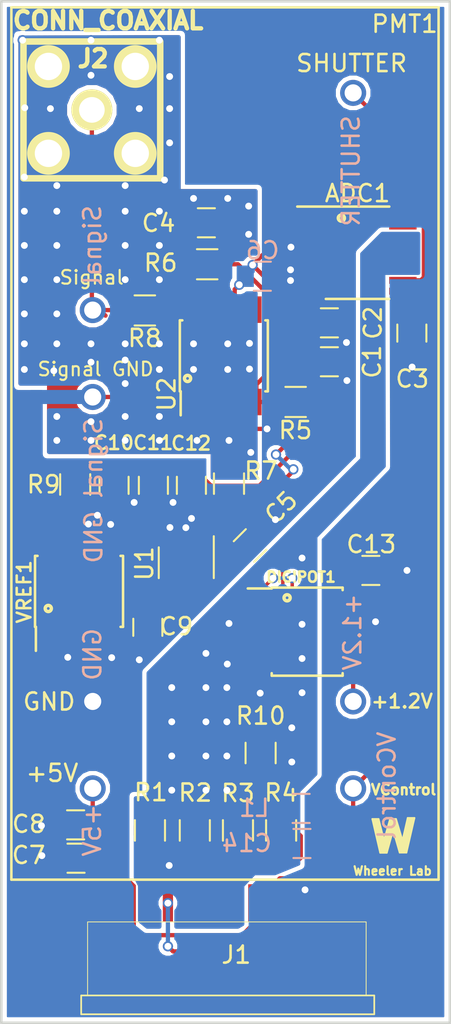
<source format=kicad_pcb>
(kicad_pcb (version 20170123) (host pcbnew "(2017-06-25 revision 6a3c1720b)-makepkg")

  (general
    (links 0)
    (no_connects 0)
    (area 200.924999 66.449999 227.8175 127.6925)
    (thickness 1.6)
    (drawings 132)
    (tracks 387)
    (zones 0)
    (modules 33)
    (nets 30)
  )

  (page A4)
  (layers
    (0 F.Cu signal)
    (31 B.Cu signal)
    (32 B.Adhes user)
    (33 F.Adhes user)
    (34 B.Paste user)
    (35 F.Paste user)
    (36 B.SilkS user)
    (37 F.SilkS user)
    (38 B.Mask user)
    (39 F.Mask user)
    (40 Dwgs.User user)
    (41 Cmts.User user)
    (42 Eco1.User user)
    (43 Eco2.User user)
    (44 Edge.Cuts user)
    (45 Margin user)
    (46 B.CrtYd user)
    (47 F.CrtYd user)
    (48 B.Fab user hide)
    (49 F.Fab user hide)
  )

  (setup
    (last_trace_width 0.25)
    (trace_clearance 0.15)
    (zone_clearance 0.25)
    (zone_45_only no)
    (trace_min 0.2)
    (segment_width 0.2)
    (edge_width 0.15)
    (via_size 0.6)
    (via_drill 0.4)
    (via_min_size 0.4)
    (via_min_drill 0.3)
    (uvia_size 0.3)
    (uvia_drill 0.1)
    (uvias_allowed no)
    (uvia_min_size 0.2)
    (uvia_min_drill 0.1)
    (pcb_text_width 0.3)
    (pcb_text_size 1.5 1.5)
    (mod_edge_width 0.15)
    (mod_text_size 1 1)
    (mod_text_width 0.15)
    (pad_size 1.524 1.524)
    (pad_drill 0.762)
    (pad_to_mask_clearance 0.2)
    (aux_axis_origin 0 0)
    (visible_elements 7FFFFFFF)
    (pcbplotparams
      (layerselection 0x010fc_ffffffff)
      (usegerberextensions true)
      (excludeedgelayer true)
      (linewidth 0.100000)
      (plotframeref false)
      (viasonmask false)
      (mode 1)
      (useauxorigin false)
      (hpglpennumber 1)
      (hpglpenspeed 20)
      (hpglpendiameter 15)
      (psnegative false)
      (psa4output false)
      (plotreference true)
      (plotvalue true)
      (plotinvisibletext false)
      (padsonsilk false)
      (subtractmaskfromsilk false)
      (outputformat 1)
      (mirror false)
      (drillshape 0)
      (scaleselection 1)
      (outputdirectory PCB_newcon/))
  )

  (net 0 "")
  (net 1 GND)
  (net 2 VREF)
  (net 3 ADC)
  (net 4 +3.3V)
  (net 5 +1.2V)
  (net 6 "+5V(VUSB)")
  (net 7 SHUTTER)
  (net 8 CS_POT)
  (net 9 CS_ADC)
  (net 10 SCK)
  (net 11 MONITOR)
  (net 12 SHIELD)
  (net 13 "Net-(ADC1-Pad1)")
  (net 14 "Net-(ADC1-Pad2)")
  (net 15 "Net-(ADC1-Pad3)")
  (net 16 "Net-(ADC1-Pad15)")
  (net 17 "Net-(ADC1-Pad16)")
  (net 18 SIGNAL_OUTPUT)
  (net 19 "Net-(R7-Pad1)")
  (net 20 "Net-(J1-Pad6)")
  (net 21 "Net-(R9-Pad2)")
  (net 22 "Net-(J1-Pad5)")
  (net 23 DGND)
  (net 24 MISO)
  (net 25 MOSI)
  (net 26 "Net-(ADC1-Pad8)")
  (net 27 "Net-(J1-Pad1)")
  (net 28 "Net-(J1-Pad3)")
  (net 29 "Net-(J1-Pad4)")

  (net_class Default "This is the default net class."
    (clearance 0.15)
    (trace_width 0.25)
    (via_dia 0.6)
    (via_drill 0.4)
    (uvia_dia 0.3)
    (uvia_drill 0.1)
    (add_net +1.2V)
    (add_net +3.3V)
    (add_net "+5V(VUSB)")
    (add_net ADC)
    (add_net DGND)
    (add_net GND)
    (add_net MISO)
    (add_net MONITOR)
    (add_net MOSI)
    (add_net "Net-(ADC1-Pad1)")
    (add_net "Net-(ADC1-Pad15)")
    (add_net "Net-(ADC1-Pad16)")
    (add_net "Net-(ADC1-Pad2)")
    (add_net "Net-(ADC1-Pad3)")
    (add_net "Net-(ADC1-Pad8)")
    (add_net "Net-(J1-Pad1)")
    (add_net "Net-(J1-Pad3)")
    (add_net "Net-(J1-Pad4)")
    (add_net "Net-(J1-Pad5)")
    (add_net "Net-(J1-Pad6)")
    (add_net "Net-(R7-Pad1)")
    (add_net "Net-(R9-Pad2)")
    (add_net SHIELD)
    (add_net SHUTTER)
    (add_net SIGNAL_OUTPUT)
    (add_net VREF)
  )

  (net_class digital ""
    (clearance 0.15)
    (trace_width 0.2)
    (via_dia 0.6)
    (via_drill 0.4)
    (uvia_dia 0.3)
    (uvia_drill 0.1)
    (add_net CS_ADC)
    (add_net CS_POT)
    (add_net SCK)
  )

  (module WheelerLab:CONN-FPC-B-RA-10POS-1mm (layer F.Cu) (tedit 5981DA47) (tstamp 59843F2F)
    (at 214.75 121.25)
    (path /59833B67)
    (fp_text reference J1 (at 0 1.025) (layer F.SilkS)
      (effects (font (size 1 1) (thickness 0.15)))
    )
    (fp_text value CONN_01X10 (at 0 5.4) (layer F.Fab)
      (effects (font (size 1 1) (thickness 0.15)))
    )
    (fp_line (start -9.075 4.5) (end 8.075 4.5) (layer F.SilkS) (width 0.1))
    (fp_line (start -9.075 3.4) (end 8.075 3.4) (layer F.SilkS) (width 0.1))
    (fp_line (start 8.075 3.4) (end 8.075 4.5) (layer F.SilkS) (width 0.1))
    (fp_line (start -9.075 3.4) (end -9.075 4.5) (layer F.SilkS) (width 0.1))
    (fp_line (start -8.7 3.4) (end -8.7 -0.9) (layer F.SilkS) (width 0.05))
    (fp_line (start -8.7 -0.9) (end 7.6 -0.9) (layer F.SilkS) (width 0.05))
    (fp_line (start 7.6 -0.9) (end 7.6 3.4) (layer F.SilkS) (width 0.05))
    (pad "" smd rect (at 6.6 0.4) (size 1.8 2.6) (layers F.Cu F.Paste F.Mask))
    (pad "" smd rect (at -7.6 0.4) (size 1.8 2.6) (layers F.Cu F.Paste F.Mask))
    (pad 1 smd rect (at -5 -2) (size 0.6 2.2) (layers F.Cu F.Paste F.Mask)
      (net 27 "Net-(J1-Pad1)"))
    (pad 2 smd rect (at -4 -2) (size 0.6 2.2) (layers F.Cu F.Paste F.Mask)
      (net 7 SHUTTER))
    (pad 3 smd rect (at -3 -2) (size 0.6 2.2) (layers F.Cu F.Paste F.Mask)
      (net 28 "Net-(J1-Pad3)"))
    (pad 4 smd rect (at -2 -2) (size 0.6 2.2) (layers F.Cu F.Paste F.Mask)
      (net 29 "Net-(J1-Pad4)"))
    (pad 5 smd rect (at -1 -2) (size 0.6 2.2) (layers F.Cu F.Paste F.Mask)
      (net 22 "Net-(J1-Pad5)"))
    (pad 6 smd rect (at 0 -2) (size 0.6 2.2) (layers F.Cu F.Paste F.Mask)
      (net 20 "Net-(J1-Pad6)"))
    (pad 7 smd rect (at 1 -2) (size 0.6 2.2) (layers F.Cu F.Paste F.Mask)
      (net 6 "+5V(VUSB)"))
    (pad 8 smd rect (at 2 -2) (size 0.6 2.2) (layers F.Cu F.Paste F.Mask)
      (net 4 +3.3V))
    (pad 9 smd rect (at 3 -2) (size 0.6 2.2) (layers F.Cu F.Paste F.Mask)
      (net 11 MONITOR))
    (pad 10 smd rect (at 4 -2) (size 0.6 2.2) (layers F.Cu F.Paste F.Mask)
      (net 1 GND))
  )

  (module Capacitors_SMD:C_0805 (layer B.Cu) (tedit 58AA8463) (tstamp 5964BE49)
    (at 218.545 113.715)
    (descr "Capacitor SMD 0805, reflow soldering, AVX (see smccp.pdf)")
    (tags "capacitor 0805")
    (path /5963FAFC)
    (attr smd)
    (fp_text reference L1 (at -2.745 -0.025) (layer B.SilkS)
      (effects (font (size 1 1) (thickness 0.15)) (justify mirror))
    )
    (fp_text value Ferrite_Bead (at 0 -1.75) (layer B.Fab)
      (effects (font (size 1 1) (thickness 0.15)) (justify mirror))
    )
    (fp_line (start 1.75 -0.87) (end -1.75 -0.87) (layer B.CrtYd) (width 0.05))
    (fp_line (start 1.75 -0.87) (end 1.75 0.88) (layer B.CrtYd) (width 0.05))
    (fp_line (start -1.75 0.88) (end -1.75 -0.87) (layer B.CrtYd) (width 0.05))
    (fp_line (start -1.75 0.88) (end 1.75 0.88) (layer B.CrtYd) (width 0.05))
    (fp_line (start -0.5 -0.85) (end 0.5 -0.85) (layer B.SilkS) (width 0.12))
    (fp_line (start 0.5 0.85) (end -0.5 0.85) (layer B.SilkS) (width 0.12))
    (fp_line (start -1 0.62) (end 1 0.62) (layer B.Fab) (width 0.1))
    (fp_line (start 1 0.62) (end 1 -0.62) (layer B.Fab) (width 0.1))
    (fp_line (start 1 -0.62) (end -1 -0.62) (layer B.Fab) (width 0.1))
    (fp_line (start -1 -0.62) (end -1 0.62) (layer B.Fab) (width 0.1))
    (fp_text user %R (at -2.755 -0.005) (layer B.Fab)
      (effects (font (size 1 1) (thickness 0.15)) (justify mirror))
    )
    (pad 2 smd rect (at 1 0) (size 1 1.25) (layers B.Cu B.Paste B.Mask)
      (net 1 GND))
    (pad 1 smd rect (at -1 0) (size 1 1.25) (layers B.Cu B.Paste B.Mask)
      (net 23 DGND))
    (model Capacitors_SMD.3dshapes/C_0805.wrl
      (at (xyz 0 0 0))
      (scale (xyz 1 1 1))
      (rotate (xyz 0 0 0))
    )
  )

  (module Capacitors_SMD:C_0805 (layer B.Cu) (tedit 58AA8463) (tstamp 596432DD)
    (at 218.595 115.765)
    (descr "Capacitor SMD 0805, reflow soldering, AVX (see smccp.pdf)")
    (tags "capacitor 0805")
    (path /5963F4BB)
    (attr smd)
    (fp_text reference C14 (at -3.225 -0.015) (layer B.SilkS)
      (effects (font (size 1 1) (thickness 0.15)) (justify mirror))
    )
    (fp_text value 0.1uF (at 4.415 0.035 180) (layer B.Fab)
      (effects (font (size 1 1) (thickness 0.15)) (justify mirror))
    )
    (fp_line (start 1.75 -0.87) (end -1.75 -0.87) (layer B.CrtYd) (width 0.05))
    (fp_line (start 1.75 -0.87) (end 1.75 0.88) (layer B.CrtYd) (width 0.05))
    (fp_line (start -1.75 0.88) (end -1.75 -0.87) (layer B.CrtYd) (width 0.05))
    (fp_line (start -1.75 0.88) (end 1.75 0.88) (layer B.CrtYd) (width 0.05))
    (fp_line (start -0.5 -0.85) (end 0.5 -0.85) (layer B.SilkS) (width 0.12))
    (fp_line (start 0.5 0.85) (end -0.5 0.85) (layer B.SilkS) (width 0.12))
    (fp_line (start -1 0.62) (end 1 0.62) (layer B.Fab) (width 0.1))
    (fp_line (start 1 0.62) (end 1 -0.62) (layer B.Fab) (width 0.1))
    (fp_line (start 1 -0.62) (end -1 -0.62) (layer B.Fab) (width 0.1))
    (fp_line (start -1 -0.62) (end -1 0.62) (layer B.Fab) (width 0.1))
    (fp_text user %R (at 4.275 -1.235 180) (layer B.Fab)
      (effects (font (size 1 1) (thickness 0.15)) (justify mirror))
    )
    (pad 2 smd rect (at 1 0) (size 1 1.25) (layers B.Cu B.Paste B.Mask)
      (net 1 GND))
    (pad 1 smd rect (at -1 0) (size 1 1.25) (layers B.Cu B.Paste B.Mask)
      (net 23 DGND))
    (model Capacitors_SMD.3dshapes/C_0805.wrl
      (at (xyz 0 0 0))
      (scale (xyz 1 1 1))
      (rotate (xyz 0 0 0))
    )
  )

  (module Resistors_SMD:R_0805 (layer F.Cu) (tedit 58E0A804) (tstamp 59628273)
    (at 216.175 110.475 270)
    (descr "Resistor SMD 0805, reflow soldering, Vishay (see dcrcw.pdf)")
    (tags "resistor 0805")
    (path /59623543)
    (attr smd)
    (fp_text reference R10 (at -2.175 0) (layer F.SilkS)
      (effects (font (size 1 1) (thickness 0.15)))
    )
    (fp_text value 50 (at 0 1.75 270) (layer F.Fab)
      (effects (font (size 1 1) (thickness 0.15)))
    )
    (fp_line (start 1.55 0.9) (end -1.55 0.9) (layer F.CrtYd) (width 0.05))
    (fp_line (start 1.55 0.9) (end 1.55 -0.9) (layer F.CrtYd) (width 0.05))
    (fp_line (start -1.55 -0.9) (end -1.55 0.9) (layer F.CrtYd) (width 0.05))
    (fp_line (start -1.55 -0.9) (end 1.55 -0.9) (layer F.CrtYd) (width 0.05))
    (fp_line (start -0.6 -0.88) (end 0.6 -0.88) (layer F.SilkS) (width 0.12))
    (fp_line (start 0.6 0.88) (end -0.6 0.88) (layer F.SilkS) (width 0.12))
    (fp_line (start -1 -0.62) (end 1 -0.62) (layer F.Fab) (width 0.1))
    (fp_line (start 1 -0.62) (end 1 0.62) (layer F.Fab) (width 0.1))
    (fp_line (start 1 0.62) (end -1 0.62) (layer F.Fab) (width 0.1))
    (fp_line (start -1 0.62) (end -1 -0.62) (layer F.Fab) (width 0.1))
    (fp_text user %R (at 0 0 270) (layer F.Fab)
      (effects (font (size 0.5 0.5) (thickness 0.075)))
    )
    (pad 2 smd rect (at 0.95 0 270) (size 0.7 1.3) (layers F.Cu F.Paste F.Mask)
      (net 20 "Net-(J1-Pad6)"))
    (pad 1 smd rect (at -0.95 0 270) (size 0.7 1.3) (layers F.Cu F.Paste F.Mask)
      (net 8 CS_POT))
    (model ${KISYS3DMOD}/Resistors_SMD.3dshapes/R_0805.wrl
      (at (xyz 0 0 0))
      (scale (xyz 1 1 1))
      (rotate (xyz 0 0 0))
    )
  )

  (module WheelerLab:H12056-PMT-1mm_Holes (layer F.Cu) (tedit 59643BD4) (tstamp 59552A52)
    (at 221.59 71.88 270)
    (path /5938541D)
    (fp_text reference PMT1 (at -4.03 -3.01) (layer F.SilkS)
      (effects (font (size 1 1) (thickness 0.15)))
    )
    (fp_text value H12056-PMT (at 0 -4 270) (layer F.Fab)
      (effects (font (size 1 1) (thickness 0.15)))
    )
    (fp_line (start -5 20) (end 46 20) (layer F.SilkS) (width 0.15))
    (fp_line (start 46 20) (end 46 -5) (layer F.SilkS) (width 0.15))
    (fp_line (start -5 -5) (end 46 -5) (layer F.SilkS) (width 0.15))
    (fp_line (start -5 20) (end -5 -5) (layer F.SilkS) (width 0.15))
    (fp_text user SHUTTER (at 4.56 0.13 270) (layer B.SilkS)
      (effects (font (size 1 1) (thickness 0.15)) (justify mirror))
    )
    (fp_text user +1.2V (at 31.52 0.04 270) (layer B.SilkS)
      (effects (font (size 1 1) (thickness 0.15)) (justify mirror))
    )
    (fp_text user VControl (at 40.5 -1.97 270) (layer B.SilkS)
      (effects (font (size 1 1) (thickness 0.15)) (justify mirror))
    )
    (fp_text user +5V (at 43.11 15.27 270) (layer B.SilkS)
      (effects (font (size 1 1) (thickness 0.15)) (justify mirror))
    )
    (fp_text user GND (at 32.83 15.25 270) (layer B.SilkS)
      (effects (font (size 1 1) (thickness 0.15)) (justify mirror))
    )
    (fp_text user "Signal GND" (at 23.26 15.19 270) (layer B.SilkS)
      (effects (font (size 1 1) (thickness 0.15)) (justify mirror))
    )
    (fp_text user Signal (at 8.91 15.26 270) (layer B.SilkS)
      (effects (font (size 1 1) (thickness 0.15)) (justify mirror))
    )
    (fp_text user SHUTTER (at -1.73 0.09) (layer F.SilkS)
      (effects (font (size 1 1) (thickness 0.15)))
    )
    (fp_text user +1.2V (at 35.57 -2.86) (layer F.SilkS)
      (effects (font (size 0.8 0.8) (thickness 0.15)))
    )
    (fp_text user VControl (at 40.74 -2.95) (layer F.SilkS)
      (effects (font (size 0.6 0.6) (thickness 0.15)))
    )
    (fp_text user +5V (at 39.77 17.615) (layer F.SilkS)
      (effects (font (size 1 1) (thickness 0.15)))
    )
    (fp_text user GND (at 35.595 17.79) (layer F.SilkS)
      (effects (font (size 1 1) (thickness 0.15)))
    )
    (fp_text user "Signal GND" (at 16.15 15.07 180) (layer F.SilkS)
      (effects (font (size 0.8 0.8) (thickness 0.125)))
    )
    (fp_text user Signal (at 10.79 15.3 180) (layer F.SilkS)
      (effects (font (size 0.8 0.8) (thickness 0.125)))
    )
    (pad 4 thru_hole circle (at 40.66 15.24 270) (size 1.524 1.524) (drill 1) (layers *.Cu *.Mask)
      (net 6 "+5V(VUSB)"))
    (pad 3 thru_hole circle (at 40.66 0 270) (size 1.524 1.524) (drill 1) (layers *.Cu *.Mask)
      (net 11 MONITOR))
    (pad 2 thru_hole circle (at 35.58 0 270) (size 1.524 1.524) (drill 1) (layers *.Cu *.Mask)
      (net 5 +1.2V))
    (pad 5 thru_hole circle (at 35.58 15.24 270) (size 1.524 1.524) (drill 1) (layers *.Cu *.Mask)
      (net 1 GND))
    (pad 6 thru_hole circle (at 17.78 15.24 270) (size 1.524 1.524) (drill 1) (layers *.Cu *.Mask)
      (net 1 GND))
    (pad 7 thru_hole circle (at 12.7 15.24 270) (size 1.524 1.524) (drill 1) (layers *.Cu *.Mask)
      (net 18 SIGNAL_OUTPUT))
    (pad 1 thru_hole circle (at 0 0 270) (size 1.524 1.524) (drill 1) (layers *.Cu *.Mask)
      (net 7 SHUTTER))
  )

  (module Housings_SOIC:SOIC-8_3.9x4.9mm_Pitch1.27mm (layer F.Cu) (tedit 59643915) (tstamp 595E6A95)
    (at 205.55 101.025 90)
    (descr "8-Lead Plastic Small Outline (SN) - Narrow, 3.90 mm Body [SOIC] (see Microchip Packaging Specification 00000049BS.pdf)")
    (tags "SOIC 1.27")
    (path /594B4154)
    (attr smd)
    (fp_text reference VREF1 (at -0.025 -3.21 90) (layer F.SilkS)
      (effects (font (size 0.8 0.8) (thickness 0.15)))
    )
    (fp_text value MCP1501-SOIC (at 0 3.5 90) (layer F.Fab)
      (effects (font (size 1 1) (thickness 0.15)))
    )
    (fp_text user %R (at 0 0 90) (layer F.Fab)
      (effects (font (size 1 1) (thickness 0.15)))
    )
    (fp_line (start -0.95 -2.45) (end 1.95 -2.45) (layer F.Fab) (width 0.1))
    (fp_line (start 1.95 -2.45) (end 1.95 2.45) (layer F.Fab) (width 0.1))
    (fp_line (start 1.95 2.45) (end -1.95 2.45) (layer F.Fab) (width 0.1))
    (fp_line (start -1.95 2.45) (end -1.95 -1.45) (layer F.Fab) (width 0.1))
    (fp_line (start -1.95 -1.45) (end -0.95 -2.45) (layer F.Fab) (width 0.1))
    (fp_line (start -3.73 -2.7) (end -3.73 2.7) (layer F.CrtYd) (width 0.05))
    (fp_line (start 3.73 -2.7) (end 3.73 2.7) (layer F.CrtYd) (width 0.05))
    (fp_line (start -3.73 -2.7) (end 3.73 -2.7) (layer F.CrtYd) (width 0.05))
    (fp_line (start -3.73 2.7) (end 3.73 2.7) (layer F.CrtYd) (width 0.05))
    (fp_line (start -2.075 -2.575) (end -2.075 -2.525) (layer F.SilkS) (width 0.15))
    (fp_line (start 2.075 -2.575) (end 2.075 -2.43) (layer F.SilkS) (width 0.15))
    (fp_line (start 2.075 2.575) (end 2.075 2.43) (layer F.SilkS) (width 0.15))
    (fp_line (start -2.075 2.575) (end -2.075 2.43) (layer F.SilkS) (width 0.15))
    (fp_line (start -2.075 -2.575) (end 2.075 -2.575) (layer F.SilkS) (width 0.15))
    (fp_line (start -2.075 2.575) (end 2.075 2.575) (layer F.SilkS) (width 0.15))
    (fp_line (start -2.075 -2.525) (end -3.475 -2.525) (layer F.SilkS) (width 0.15))
    (pad 1 smd rect (at -2.7 -1.905 90) (size 1.55 0.6) (layers F.Cu F.Paste F.Mask)
      (net 4 +3.3V))
    (pad 2 smd rect (at -2.7 -0.635 90) (size 1.55 0.6) (layers F.Cu F.Paste F.Mask)
      (net 1 GND))
    (pad 3 smd rect (at -2.7 0.635 90) (size 1.55 0.6) (layers F.Cu F.Paste F.Mask)
      (net 4 +3.3V))
    (pad 4 smd rect (at -2.7 1.905 90) (size 1.55 0.6) (layers F.Cu F.Paste F.Mask)
      (net 1 GND))
    (pad 5 smd rect (at 2.7 1.905 90) (size 1.55 0.6) (layers F.Cu F.Paste F.Mask)
      (net 1 GND))
    (pad 6 smd rect (at 2.7 0.635 90) (size 1.55 0.6) (layers F.Cu F.Paste F.Mask)
      (net 1 GND))
    (pad 7 smd rect (at 2.7 -0.635 90) (size 1.55 0.6) (layers F.Cu F.Paste F.Mask)
      (net 21 "Net-(R9-Pad2)"))
    (pad 8 smd rect (at 2.7 -1.905 90) (size 1.55 0.6) (layers F.Cu F.Paste F.Mask)
      (net 21 "Net-(R9-Pad2)"))
    (model Housings_SOIC.3dshapes/SOIC-8_3.9x4.9mm_Pitch1.27mm.wrl
      (at (xyz 0 0 0))
      (scale (xyz 1 1 1))
      (rotate (xyz 0 0 0))
    )
  )

  (module Housings_SOIC:SOIC-8_3.9x4.9mm_Pitch1.27mm (layer F.Cu) (tedit 5964392D) (tstamp 595E6A40)
    (at 218.9 103.38)
    (descr "8-Lead Plastic Small Outline (SN) - Narrow, 3.90 mm Body [SOIC] (see Microchip Packaging Specification 00000049BS.pdf)")
    (tags "SOIC 1.27")
    (path /59385BF9)
    (attr smd)
    (fp_text reference DIGIPOT1 (at -0.36 -3.19 180) (layer F.SilkS)
      (effects (font (size 0.6 0.6) (thickness 0.15)))
    )
    (fp_text value MCP41010 (at 0 3.5) (layer F.Fab)
      (effects (font (size 1 1) (thickness 0.15)))
    )
    (fp_line (start -2.075 -2.525) (end -3.475 -2.525) (layer F.SilkS) (width 0.15))
    (fp_line (start -2.075 2.575) (end 2.075 2.575) (layer F.SilkS) (width 0.15))
    (fp_line (start -2.075 -2.575) (end 2.075 -2.575) (layer F.SilkS) (width 0.15))
    (fp_line (start -2.075 2.575) (end -2.075 2.43) (layer F.SilkS) (width 0.15))
    (fp_line (start 2.075 2.575) (end 2.075 2.43) (layer F.SilkS) (width 0.15))
    (fp_line (start 2.075 -2.575) (end 2.075 -2.43) (layer F.SilkS) (width 0.15))
    (fp_line (start -2.075 -2.575) (end -2.075 -2.525) (layer F.SilkS) (width 0.15))
    (fp_line (start -3.73 2.7) (end 3.73 2.7) (layer F.CrtYd) (width 0.05))
    (fp_line (start -3.73 -2.7) (end 3.73 -2.7) (layer F.CrtYd) (width 0.05))
    (fp_line (start 3.73 -2.7) (end 3.73 2.7) (layer F.CrtYd) (width 0.05))
    (fp_line (start -3.73 -2.7) (end -3.73 2.7) (layer F.CrtYd) (width 0.05))
    (fp_line (start -1.95 -1.45) (end -0.95 -2.45) (layer F.Fab) (width 0.1))
    (fp_line (start -1.95 2.45) (end -1.95 -1.45) (layer F.Fab) (width 0.1))
    (fp_line (start 1.95 2.45) (end -1.95 2.45) (layer F.Fab) (width 0.1))
    (fp_line (start 1.95 -2.45) (end 1.95 2.45) (layer F.Fab) (width 0.1))
    (fp_line (start -0.95 -2.45) (end 1.95 -2.45) (layer F.Fab) (width 0.1))
    (fp_text user %R (at 0 0) (layer F.Fab)
      (effects (font (size 1 1) (thickness 0.15)))
    )
    (pad 8 smd rect (at 2.7 -1.905) (size 1.55 0.6) (layers F.Cu F.Paste F.Mask)
      (net 4 +3.3V))
    (pad 7 smd rect (at 2.7 -0.635) (size 1.55 0.6) (layers F.Cu F.Paste F.Mask)
      (net 1 GND))
    (pad 6 smd rect (at 2.7 0.635) (size 1.55 0.6) (layers F.Cu F.Paste F.Mask)
      (net 11 MONITOR))
    (pad 5 smd rect (at 2.7 1.905) (size 1.55 0.6) (layers F.Cu F.Paste F.Mask)
      (net 5 +1.2V))
    (pad 4 smd rect (at -2.7 1.905) (size 1.55 0.6) (layers F.Cu F.Paste F.Mask)
      (net 23 DGND))
    (pad 3 smd rect (at -2.7 0.635) (size 1.55 0.6) (layers F.Cu F.Paste F.Mask)
      (net 25 MOSI))
    (pad 2 smd rect (at -2.7 -0.635) (size 1.55 0.6) (layers F.Cu F.Paste F.Mask)
      (net 10 SCK))
    (pad 1 smd rect (at -2.7 -1.905) (size 1.55 0.6) (layers F.Cu F.Paste F.Mask)
      (net 8 CS_POT))
    (model Housings_SOIC.3dshapes/SOIC-8_3.9x4.9mm_Pitch1.27mm.wrl
      (at (xyz 0 0 0))
      (scale (xyz 1 1 1))
      (rotate (xyz 0 0 0))
    )
  )

  (module Resistors_SMD:R_0805 (layer F.Cu) (tedit 58E0A804) (tstamp 59385FAA)
    (at 217.375 115 270)
    (descr "Resistor SMD 0805, reflow soldering, Vishay (see dcrcw.pdf)")
    (tags "resistor 0805")
    (path /595E3EB1)
    (attr smd)
    (fp_text reference R4 (at -2.2 0) (layer F.SilkS)
      (effects (font (size 1 1) (thickness 0.15)))
    )
    (fp_text value 50 (at -0.122 1.44 270) (layer F.Fab)
      (effects (font (size 1 1) (thickness 0.15)))
    )
    (fp_text user %R (at 0 0 270) (layer F.Fab)
      (effects (font (size 0.5 0.5) (thickness 0.075)))
    )
    (fp_line (start -1 0.62) (end -1 -0.62) (layer F.Fab) (width 0.1))
    (fp_line (start 1 0.62) (end -1 0.62) (layer F.Fab) (width 0.1))
    (fp_line (start 1 -0.62) (end 1 0.62) (layer F.Fab) (width 0.1))
    (fp_line (start -1 -0.62) (end 1 -0.62) (layer F.Fab) (width 0.1))
    (fp_line (start 0.6 0.88) (end -0.6 0.88) (layer F.SilkS) (width 0.12))
    (fp_line (start -0.6 -0.88) (end 0.6 -0.88) (layer F.SilkS) (width 0.12))
    (fp_line (start -1.55 -0.9) (end 1.55 -0.9) (layer F.CrtYd) (width 0.05))
    (fp_line (start -1.55 -0.9) (end -1.55 0.9) (layer F.CrtYd) (width 0.05))
    (fp_line (start 1.55 0.9) (end 1.55 -0.9) (layer F.CrtYd) (width 0.05))
    (fp_line (start 1.55 0.9) (end -1.55 0.9) (layer F.CrtYd) (width 0.05))
    (pad 1 smd rect (at -0.95 0 270) (size 0.7 1.3) (layers F.Cu F.Paste F.Mask)
      (net 9 CS_ADC))
    (pad 2 smd rect (at 0.95 0 270) (size 0.7 1.3) (layers F.Cu F.Paste F.Mask)
      (net 22 "Net-(J1-Pad5)"))
    (model ${KISYS3DMOD}/Resistors_SMD.3dshapes/R_0805.wrl
      (at (xyz 0 0 0))
      (scale (xyz 1 1 1))
      (rotate (xyz 0 0 0))
    )
  )

  (module Capacitors_SMD:C_0805 (layer F.Cu) (tedit 58AA8463) (tstamp 594EC2C7)
    (at 205.375 116.625)
    (descr "Capacitor SMD 0805, reflow soldering, AVX (see smccp.pdf)")
    (tags "capacitor 0805")
    (path /595682A0)
    (attr smd)
    (fp_text reference C7 (at -2.775 -0.175 180) (layer F.SilkS)
      (effects (font (size 1 1) (thickness 0.15)))
    )
    (fp_text value 2.2uF (at 0 1.75) (layer F.Fab)
      (effects (font (size 1 1) (thickness 0.15)))
    )
    (fp_text user %R (at 2.5 0 90) (layer F.Fab)
      (effects (font (size 1 1) (thickness 0.15)))
    )
    (fp_line (start -1 0.62) (end -1 -0.62) (layer F.Fab) (width 0.1))
    (fp_line (start 1 0.62) (end -1 0.62) (layer F.Fab) (width 0.1))
    (fp_line (start 1 -0.62) (end 1 0.62) (layer F.Fab) (width 0.1))
    (fp_line (start -1 -0.62) (end 1 -0.62) (layer F.Fab) (width 0.1))
    (fp_line (start 0.5 -0.85) (end -0.5 -0.85) (layer F.SilkS) (width 0.12))
    (fp_line (start -0.5 0.85) (end 0.5 0.85) (layer F.SilkS) (width 0.12))
    (fp_line (start -1.75 -0.88) (end 1.75 -0.88) (layer F.CrtYd) (width 0.05))
    (fp_line (start -1.75 -0.88) (end -1.75 0.87) (layer F.CrtYd) (width 0.05))
    (fp_line (start 1.75 0.87) (end 1.75 -0.88) (layer F.CrtYd) (width 0.05))
    (fp_line (start 1.75 0.87) (end -1.75 0.87) (layer F.CrtYd) (width 0.05))
    (pad 1 smd rect (at -1 0) (size 1 1.25) (layers F.Cu F.Paste F.Mask)
      (net 1 GND))
    (pad 2 smd rect (at 1 0) (size 1 1.25) (layers F.Cu F.Paste F.Mask)
      (net 6 "+5V(VUSB)"))
    (model Capacitors_SMD.3dshapes/C_0805.wrl
      (at (xyz 0 0 0))
      (scale (xyz 1 1 1))
      (rotate (xyz 0 0 0))
    )
  )

  (module Capacitors_SMD:C_0805 (layer F.Cu) (tedit 58AA8463) (tstamp 594EC296)
    (at 205.35 114.675)
    (descr "Capacitor SMD 0805, reflow soldering, AVX (see smccp.pdf)")
    (tags "capacitor 0805")
    (path /59567C10)
    (attr smd)
    (fp_text reference C8 (at -2.74 -0.045 180) (layer F.SilkS)
      (effects (font (size 1 1) (thickness 0.15)))
    )
    (fp_text value 0.1uF (at 0 1.75) (layer F.Fab)
      (effects (font (size 1 1) (thickness 0.15)))
    )
    (fp_line (start 1.75 0.87) (end -1.75 0.87) (layer F.CrtYd) (width 0.05))
    (fp_line (start 1.75 0.87) (end 1.75 -0.88) (layer F.CrtYd) (width 0.05))
    (fp_line (start -1.75 -0.88) (end -1.75 0.87) (layer F.CrtYd) (width 0.05))
    (fp_line (start -1.75 -0.88) (end 1.75 -0.88) (layer F.CrtYd) (width 0.05))
    (fp_line (start -0.5 0.85) (end 0.5 0.85) (layer F.SilkS) (width 0.12))
    (fp_line (start 0.5 -0.85) (end -0.5 -0.85) (layer F.SilkS) (width 0.12))
    (fp_line (start -1 -0.62) (end 1 -0.62) (layer F.Fab) (width 0.1))
    (fp_line (start 1 -0.62) (end 1 0.62) (layer F.Fab) (width 0.1))
    (fp_line (start 1 0.62) (end -1 0.62) (layer F.Fab) (width 0.1))
    (fp_line (start -1 0.62) (end -1 -0.62) (layer F.Fab) (width 0.1))
    (fp_text user %R (at 2.5 0 90) (layer F.Fab)
      (effects (font (size 1 1) (thickness 0.15)))
    )
    (pad 2 smd rect (at 1 0) (size 1 1.25) (layers F.Cu F.Paste F.Mask)
      (net 6 "+5V(VUSB)"))
    (pad 1 smd rect (at -1 0) (size 1 1.25) (layers F.Cu F.Paste F.Mask)
      (net 1 GND))
    (model Capacitors_SMD.3dshapes/C_0805.wrl
      (at (xyz 0 0 0))
      (scale (xyz 1 1 1))
      (rotate (xyz 0 0 0))
    )
  )

  (module Resistors_SMD:R_0805 (layer F.Cu) (tedit 58E0A804) (tstamp 595ECF5E)
    (at 212.325 115 90)
    (descr "Resistor SMD 0805, reflow soldering, Vishay (see dcrcw.pdf)")
    (tags "resistor 0805")
    (path /595E3D48)
    (attr smd)
    (fp_text reference R2 (at 2.2 0.025 180) (layer F.SilkS)
      (effects (font (size 1 1) (thickness 0.15)))
    )
    (fp_text value 50 (at 0 1.75 90) (layer F.Fab)
      (effects (font (size 1 1) (thickness 0.15)))
    )
    (fp_text user %R (at 0 0 90) (layer F.Fab)
      (effects (font (size 0.5 0.5) (thickness 0.075)))
    )
    (fp_line (start -1 0.62) (end -1 -0.62) (layer F.Fab) (width 0.1))
    (fp_line (start 1 0.62) (end -1 0.62) (layer F.Fab) (width 0.1))
    (fp_line (start 1 -0.62) (end 1 0.62) (layer F.Fab) (width 0.1))
    (fp_line (start -1 -0.62) (end 1 -0.62) (layer F.Fab) (width 0.1))
    (fp_line (start 0.6 0.88) (end -0.6 0.88) (layer F.SilkS) (width 0.12))
    (fp_line (start -0.6 -0.88) (end 0.6 -0.88) (layer F.SilkS) (width 0.12))
    (fp_line (start -1.55 -0.9) (end 1.55 -0.9) (layer F.CrtYd) (width 0.05))
    (fp_line (start -1.55 -0.9) (end -1.55 0.9) (layer F.CrtYd) (width 0.05))
    (fp_line (start 1.55 0.9) (end 1.55 -0.9) (layer F.CrtYd) (width 0.05))
    (fp_line (start 1.55 0.9) (end -1.55 0.9) (layer F.CrtYd) (width 0.05))
    (pad 1 smd rect (at -0.95 0 90) (size 0.7 1.3) (layers F.Cu F.Paste F.Mask)
      (net 28 "Net-(J1-Pad3)"))
    (pad 2 smd rect (at 0.95 0 90) (size 0.7 1.3) (layers F.Cu F.Paste F.Mask)
      (net 24 MISO))
    (model ${KISYS3DMOD}/Resistors_SMD.3dshapes/R_0805.wrl
      (at (xyz 0 0 0))
      (scale (xyz 1 1 1))
      (rotate (xyz 0 0 0))
    )
  )

  (module Resistors_SMD:R_0805 (layer F.Cu) (tedit 58E0A804) (tstamp 595ECF8F)
    (at 209.7 115 270)
    (descr "Resistor SMD 0805, reflow soldering, Vishay (see dcrcw.pdf)")
    (tags "resistor 0805")
    (path /595E3827)
    (attr smd)
    (fp_text reference R1 (at -2.225 -0.05) (layer F.SilkS)
      (effects (font (size 1 1) (thickness 0.15)))
    )
    (fp_text value 50 (at 0 1.75 270) (layer F.Fab)
      (effects (font (size 1 1) (thickness 0.15)))
    )
    (fp_line (start 1.55 0.9) (end -1.55 0.9) (layer F.CrtYd) (width 0.05))
    (fp_line (start 1.55 0.9) (end 1.55 -0.9) (layer F.CrtYd) (width 0.05))
    (fp_line (start -1.55 -0.9) (end -1.55 0.9) (layer F.CrtYd) (width 0.05))
    (fp_line (start -1.55 -0.9) (end 1.55 -0.9) (layer F.CrtYd) (width 0.05))
    (fp_line (start -0.6 -0.88) (end 0.6 -0.88) (layer F.SilkS) (width 0.12))
    (fp_line (start 0.6 0.88) (end -0.6 0.88) (layer F.SilkS) (width 0.12))
    (fp_line (start -1 -0.62) (end 1 -0.62) (layer F.Fab) (width 0.1))
    (fp_line (start 1 -0.62) (end 1 0.62) (layer F.Fab) (width 0.1))
    (fp_line (start 1 0.62) (end -1 0.62) (layer F.Fab) (width 0.1))
    (fp_line (start -1 0.62) (end -1 -0.62) (layer F.Fab) (width 0.1))
    (fp_text user %R (at 0 0 270) (layer F.Fab)
      (effects (font (size 0.5 0.5) (thickness 0.075)))
    )
    (pad 2 smd rect (at 0.95 0 270) (size 0.7 1.3) (layers F.Cu F.Paste F.Mask)
      (net 27 "Net-(J1-Pad1)"))
    (pad 1 smd rect (at -0.95 0 270) (size 0.7 1.3) (layers F.Cu F.Paste F.Mask)
      (net 10 SCK))
    (model ${KISYS3DMOD}/Resistors_SMD.3dshapes/R_0805.wrl
      (at (xyz 0 0 0))
      (scale (xyz 1 1 1))
      (rotate (xyz 0 0 0))
    )
  )

  (module Resistors_SMD:R_0805 (layer F.Cu) (tedit 58E0A804) (tstamp 595ECE8D)
    (at 209.4 84.6)
    (descr "Resistor SMD 0805, reflow soldering, Vishay (see dcrcw.pdf)")
    (tags "resistor 0805")
    (path /59359FE5)
    (attr smd)
    (fp_text reference R8 (at -0.01 1.62) (layer F.SilkS)
      (effects (font (size 1 1) (thickness 0.15)))
    )
    (fp_text value 10k (at 0 1.75) (layer F.Fab)
      (effects (font (size 1 1) (thickness 0.15)))
    )
    (fp_text user %R (at 0 0) (layer F.Fab)
      (effects (font (size 0.5 0.5) (thickness 0.075)))
    )
    (fp_line (start -1 0.62) (end -1 -0.62) (layer F.Fab) (width 0.1))
    (fp_line (start 1 0.62) (end -1 0.62) (layer F.Fab) (width 0.1))
    (fp_line (start 1 -0.62) (end 1 0.62) (layer F.Fab) (width 0.1))
    (fp_line (start -1 -0.62) (end 1 -0.62) (layer F.Fab) (width 0.1))
    (fp_line (start 0.6 0.88) (end -0.6 0.88) (layer F.SilkS) (width 0.12))
    (fp_line (start -0.6 -0.88) (end 0.6 -0.88) (layer F.SilkS) (width 0.12))
    (fp_line (start -1.55 -0.9) (end 1.55 -0.9) (layer F.CrtYd) (width 0.05))
    (fp_line (start -1.55 -0.9) (end -1.55 0.9) (layer F.CrtYd) (width 0.05))
    (fp_line (start 1.55 0.9) (end 1.55 -0.9) (layer F.CrtYd) (width 0.05))
    (fp_line (start 1.55 0.9) (end -1.55 0.9) (layer F.CrtYd) (width 0.05))
    (pad 1 smd rect (at -0.95 0) (size 0.7 1.3) (layers F.Cu F.Paste F.Mask)
      (net 18 SIGNAL_OUTPUT))
    (pad 2 smd rect (at 0.95 0) (size 0.7 1.3) (layers F.Cu F.Paste F.Mask)
      (net 18 SIGNAL_OUTPUT))
    (model ${KISYS3DMOD}/Resistors_SMD.3dshapes/R_0805.wrl
      (at (xyz 0 0 0))
      (scale (xyz 1 1 1))
      (rotate (xyz 0 0 0))
    )
  )

  (module Resistors_SMD:R_0805 (layer F.Cu) (tedit 58E0A804) (tstamp 595ECE5C)
    (at 205.325 94.775 270)
    (descr "Resistor SMD 0805, reflow soldering, Vishay (see dcrcw.pdf)")
    (tags "resistor 0805")
    (path /594C30B5)
    (attr smd)
    (fp_text reference R9 (at 0 1.85) (layer F.SilkS)
      (effects (font (size 1 1) (thickness 0.15)))
    )
    (fp_text value 49.9 (at 0 1.75 270) (layer F.Fab)
      (effects (font (size 1 1) (thickness 0.15)))
    )
    (fp_line (start 1.55 0.9) (end -1.55 0.9) (layer F.CrtYd) (width 0.05))
    (fp_line (start 1.55 0.9) (end 1.55 -0.9) (layer F.CrtYd) (width 0.05))
    (fp_line (start -1.55 -0.9) (end -1.55 0.9) (layer F.CrtYd) (width 0.05))
    (fp_line (start -1.55 -0.9) (end 1.55 -0.9) (layer F.CrtYd) (width 0.05))
    (fp_line (start -0.6 -0.88) (end 0.6 -0.88) (layer F.SilkS) (width 0.12))
    (fp_line (start 0.6 0.88) (end -0.6 0.88) (layer F.SilkS) (width 0.12))
    (fp_line (start -1 -0.62) (end 1 -0.62) (layer F.Fab) (width 0.1))
    (fp_line (start 1 -0.62) (end 1 0.62) (layer F.Fab) (width 0.1))
    (fp_line (start 1 0.62) (end -1 0.62) (layer F.Fab) (width 0.1))
    (fp_line (start -1 0.62) (end -1 -0.62) (layer F.Fab) (width 0.1))
    (fp_text user %R (at 0 0 270) (layer F.Fab)
      (effects (font (size 0.5 0.5) (thickness 0.075)))
    )
    (pad 2 smd rect (at 0.95 0 270) (size 0.7 1.3) (layers F.Cu F.Paste F.Mask)
      (net 21 "Net-(R9-Pad2)"))
    (pad 1 smd rect (at -0.95 0 270) (size 0.7 1.3) (layers F.Cu F.Paste F.Mask)
      (net 2 VREF))
    (model ${KISYS3DMOD}/Resistors_SMD.3dshapes/R_0805.wrl
      (at (xyz 0 0 0))
      (scale (xyz 1 1 1))
      (rotate (xyz 0 0 0))
    )
  )

  (module TO_SOT_Packages_SMD:SOT-23-5 (layer F.Cu) (tedit 58CE4E7E) (tstamp 595ECE23)
    (at 211.825 99.35 270)
    (descr "5-pin SOT23 package")
    (tags SOT-23-5)
    (path /594BE8BA)
    (attr smd)
    (fp_text reference U1 (at 0.05 2.45 270) (layer F.SilkS)
      (effects (font (size 1 1) (thickness 0.15)))
    )
    (fp_text value LMP7715MF (at 0 2.9 270) (layer F.Fab)
      (effects (font (size 1 1) (thickness 0.15)))
    )
    (fp_line (start 0.9 -1.55) (end 0.9 1.55) (layer F.Fab) (width 0.1))
    (fp_line (start 0.9 1.55) (end -0.9 1.55) (layer F.Fab) (width 0.1))
    (fp_line (start -0.9 -0.9) (end -0.9 1.55) (layer F.Fab) (width 0.1))
    (fp_line (start 0.9 -1.55) (end -0.25 -1.55) (layer F.Fab) (width 0.1))
    (fp_line (start -0.9 -0.9) (end -0.25 -1.55) (layer F.Fab) (width 0.1))
    (fp_line (start -1.9 1.8) (end -1.9 -1.8) (layer F.CrtYd) (width 0.05))
    (fp_line (start 1.9 1.8) (end -1.9 1.8) (layer F.CrtYd) (width 0.05))
    (fp_line (start 1.9 -1.8) (end 1.9 1.8) (layer F.CrtYd) (width 0.05))
    (fp_line (start -1.9 -1.8) (end 1.9 -1.8) (layer F.CrtYd) (width 0.05))
    (fp_line (start 0.9 -1.61) (end -1.55 -1.61) (layer F.SilkS) (width 0.12))
    (fp_line (start -0.9 1.61) (end 0.9 1.61) (layer F.SilkS) (width 0.12))
    (fp_text user %R (at 0 0 270) (layer F.Fab)
      (effects (font (size 0.5 0.5) (thickness 0.075)))
    )
    (pad 5 smd rect (at 1.1 -0.95 270) (size 1.06 0.65) (layers F.Cu F.Paste F.Mask)
      (net 4 +3.3V))
    (pad 4 smd rect (at 1.1 0.95 270) (size 1.06 0.65) (layers F.Cu F.Paste F.Mask)
      (net 19 "Net-(R7-Pad1)"))
    (pad 3 smd rect (at -1.1 0.95 270) (size 1.06 0.65) (layers F.Cu F.Paste F.Mask)
      (net 1 GND))
    (pad 2 smd rect (at -1.1 0 270) (size 1.06 0.65) (layers F.Cu F.Paste F.Mask)
      (net 1 GND))
    (pad 1 smd rect (at -1.1 -0.95 270) (size 1.06 0.65) (layers F.Cu F.Paste F.Mask)
      (net 19 "Net-(R7-Pad1)"))
    (model ${KISYS3DMOD}/TO_SOT_Packages_SMD.3dshapes/SOT-23-5.wrl
      (at (xyz 0 0 0))
      (scale (xyz 1 1 1))
      (rotate (xyz 0 0 0))
    )
  )

  (module WheelerLab:JACK_SMA (layer F.Cu) (tedit 56AADD26) (tstamp 595ECDBE)
    (at 206.3 72.875)
    (descr http://search.digikey.com/scripts/DkSearch/dksus.dll?Detail&name=A32245-ND)
    (tags "CONN JACK BNC")
    (path /5935B2D9)
    (fp_text reference J2 (at 0.075 -3) (layer F.SilkS)
      (effects (font (size 1.016 1.016) (thickness 0.254)))
    )
    (fp_text value CONN_COAXIAL (at 0.95 -5.225) (layer F.SilkS)
      (effects (font (size 1.016 1.016) (thickness 0.254)))
    )
    (fp_line (start 4 -4) (end -4 -4) (layer F.SilkS) (width 0.381))
    (fp_line (start -4 -4) (end -4 4) (layer F.SilkS) (width 0.381))
    (fp_line (start -4 4) (end 4 4) (layer F.SilkS) (width 0.381))
    (fp_line (start 4 4) (end 4 -4) (layer F.SilkS) (width 0.381))
    (pad 1 thru_hole circle (at 0 0) (size 2.4 2.4) (drill 1.5) (layers *.Cu *.Mask F.SilkS)
      (net 18 SIGNAL_OUTPUT))
    (pad 2 thru_hole circle (at -2.54 -2.54) (size 2.5 2.5) (drill 1.6) (layers *.Cu *.Mask F.SilkS)
      (net 12 SHIELD))
    (pad 2 thru_hole circle (at 2.54 -2.54) (size 2.5 2.5) (drill 1.6) (layers *.Cu *.Mask F.SilkS)
      (net 12 SHIELD))
    (pad 2 thru_hole circle (at 2.54 2.54) (size 2.5 2.5) (drill 1.6) (layers *.Cu *.Mask F.SilkS)
      (net 12 SHIELD))
    (pad 2 thru_hole circle (at -2.54 2.54) (size 2.5 2.5) (drill 1.6) (layers *.Cu *.Mask F.SilkS)
      (net 12 SHIELD))
    (model connectors/POWER_21.wrl
      (at (xyz 0 0 0))
      (scale (xyz 0.8 0.8 0.8))
      (rotate (xyz 0 0 0))
    )
  )

  (module Capacitors_SMD:C_0805 (layer F.Cu) (tedit 58AA8463) (tstamp 595697BB)
    (at 220.197905 85.325095 180)
    (descr "Capacitor SMD 0805, reflow soldering, AVX (see smccp.pdf)")
    (tags "capacitor 0805")
    (path /594C2715)
    (attr smd)
    (fp_text reference C2 (at -2.55 0 270) (layer F.SilkS)
      (effects (font (size 1 1) (thickness 0.15)))
    )
    (fp_text value 100pF (at 0 1.75 180) (layer F.Fab)
      (effects (font (size 1 1) (thickness 0.15)))
    )
    (fp_text user %R (at 0 -1.5 180) (layer F.Fab)
      (effects (font (size 1 1) (thickness 0.15)))
    )
    (fp_line (start -1 0.62) (end -1 -0.62) (layer F.Fab) (width 0.1))
    (fp_line (start 1 0.62) (end -1 0.62) (layer F.Fab) (width 0.1))
    (fp_line (start 1 -0.62) (end 1 0.62) (layer F.Fab) (width 0.1))
    (fp_line (start -1 -0.62) (end 1 -0.62) (layer F.Fab) (width 0.1))
    (fp_line (start 0.5 -0.85) (end -0.5 -0.85) (layer F.SilkS) (width 0.12))
    (fp_line (start -0.5 0.85) (end 0.5 0.85) (layer F.SilkS) (width 0.12))
    (fp_line (start -1.75 -0.88) (end 1.75 -0.88) (layer F.CrtYd) (width 0.05))
    (fp_line (start -1.75 -0.88) (end -1.75 0.87) (layer F.CrtYd) (width 0.05))
    (fp_line (start 1.75 0.87) (end 1.75 -0.88) (layer F.CrtYd) (width 0.05))
    (fp_line (start 1.75 0.87) (end -1.75 0.87) (layer F.CrtYd) (width 0.05))
    (pad 1 smd rect (at -1 0 180) (size 1 1.25) (layers F.Cu F.Paste F.Mask)
      (net 1 GND))
    (pad 2 smd rect (at 1 0 180) (size 1 1.25) (layers F.Cu F.Paste F.Mask)
      (net 26 "Net-(ADC1-Pad8)"))
    (model Capacitors_SMD.3dshapes/C_0805.wrl
      (at (xyz 0 0 0))
      (scale (xyz 1 1 1))
      (rotate (xyz 0 0 0))
    )
  )

  (module Capacitors_SMD:C_0805 (layer F.Cu) (tedit 58AA8463) (tstamp 5956964A)
    (at 222.625 99.8 180)
    (descr "Capacitor SMD 0805, reflow soldering, AVX (see smccp.pdf)")
    (tags "capacitor 0805")
    (path /594BADDB)
    (attr smd)
    (fp_text reference C13 (at -0.025 1.525) (layer F.SilkS)
      (effects (font (size 1 1) (thickness 0.15)))
    )
    (fp_text value 0.1uF (at 0 1.75 180) (layer F.Fab)
      (effects (font (size 1 1) (thickness 0.15)))
    )
    (fp_line (start 1.75 0.87) (end -1.75 0.87) (layer F.CrtYd) (width 0.05))
    (fp_line (start 1.75 0.87) (end 1.75 -0.88) (layer F.CrtYd) (width 0.05))
    (fp_line (start -1.75 -0.88) (end -1.75 0.87) (layer F.CrtYd) (width 0.05))
    (fp_line (start -1.75 -0.88) (end 1.75 -0.88) (layer F.CrtYd) (width 0.05))
    (fp_line (start -0.5 0.85) (end 0.5 0.85) (layer F.SilkS) (width 0.12))
    (fp_line (start 0.5 -0.85) (end -0.5 -0.85) (layer F.SilkS) (width 0.12))
    (fp_line (start -1 -0.62) (end 1 -0.62) (layer F.Fab) (width 0.1))
    (fp_line (start 1 -0.62) (end 1 0.62) (layer F.Fab) (width 0.1))
    (fp_line (start 1 0.62) (end -1 0.62) (layer F.Fab) (width 0.1))
    (fp_line (start -1 0.62) (end -1 -0.62) (layer F.Fab) (width 0.1))
    (fp_text user %R (at 0 -1.5 180) (layer F.Fab)
      (effects (font (size 1 1) (thickness 0.15)))
    )
    (pad 2 smd rect (at 1 0 180) (size 1 1.25) (layers F.Cu F.Paste F.Mask)
      (net 4 +3.3V))
    (pad 1 smd rect (at -1 0 180) (size 1 1.25) (layers F.Cu F.Paste F.Mask)
      (net 1 GND))
    (model Capacitors_SMD.3dshapes/C_0805.wrl
      (at (xyz 0 0 0))
      (scale (xyz 1 1 1))
      (rotate (xyz 0 0 0))
    )
  )

  (module Capacitors_SMD:C_0805 (layer F.Cu) (tedit 58AA8463) (tstamp 59548325)
    (at 215.557107 98.342893 225)
    (descr "Capacitor SMD 0805, reflow soldering, AVX (see smccp.pdf)")
    (tags "capacitor 0805")
    (path /594BED51)
    (attr smd)
    (fp_text reference C5 (at -2.853732 0.282843 225) (layer F.SilkS)
      (effects (font (size 1 1) (thickness 0.15)))
    )
    (fp_text value 0.1uF (at 0 1.75 225) (layer F.Fab)
      (effects (font (size 1 1) (thickness 0.15)))
    )
    (fp_line (start 1.75 0.87) (end -1.75 0.87) (layer F.CrtYd) (width 0.05))
    (fp_line (start 1.75 0.87) (end 1.75 -0.88) (layer F.CrtYd) (width 0.05))
    (fp_line (start -1.75 -0.88) (end -1.75 0.87) (layer F.CrtYd) (width 0.05))
    (fp_line (start -1.75 -0.88) (end 1.75 -0.88) (layer F.CrtYd) (width 0.05))
    (fp_line (start -0.5 0.85) (end 0.5 0.85) (layer F.SilkS) (width 0.12))
    (fp_line (start 0.5 -0.85) (end -0.5 -0.85) (layer F.SilkS) (width 0.12))
    (fp_line (start -1 -0.62) (end 1 -0.62) (layer F.Fab) (width 0.1))
    (fp_line (start 1 -0.62) (end 1 0.62) (layer F.Fab) (width 0.1))
    (fp_line (start 1 0.62) (end -1 0.62) (layer F.Fab) (width 0.1))
    (fp_line (start -1 0.62) (end -1 -0.62) (layer F.Fab) (width 0.1))
    (fp_text user %R (at 0 -1.5 225) (layer F.Fab)
      (effects (font (size 1 1) (thickness 0.15)))
    )
    (pad 2 smd rect (at 1 0 225) (size 1 1.25) (layers F.Cu F.Paste F.Mask)
      (net 4 +3.3V))
    (pad 1 smd rect (at -1 0 225) (size 1 1.25) (layers F.Cu F.Paste F.Mask)
      (net 1 GND))
    (model Capacitors_SMD.3dshapes/C_0805.wrl
      (at (xyz 0 0 0))
      (scale (xyz 1 1 1))
      (rotate (xyz 0 0 0))
    )
  )

  (module Capacitors_SMD:C_0805 (layer B.Cu) (tedit 594DAEA6) (tstamp 59385F74)
    (at 216.275 82.6 180)
    (descr "Capacitor SMD 0805, reflow soldering, AVX (see smccp.pdf)")
    (tags "capacitor 0805")
    (path /593867BD)
    (attr smd)
    (fp_text reference C6 (at -0.015 1.51 180) (layer B.SilkS)
      (effects (font (size 1 1) (thickness 0.15)) (justify mirror))
    )
    (fp_text value 0.1uF (at 0 -1.75 180) (layer B.Fab)
      (effects (font (size 1 1) (thickness 0.15)) (justify mirror))
    )
    (fp_line (start 1.75 -0.87) (end -1.75 -0.87) (layer B.CrtYd) (width 0.05))
    (fp_line (start 1.75 -0.87) (end 1.75 0.88) (layer B.CrtYd) (width 0.05))
    (fp_line (start -1.75 0.88) (end -1.75 -0.87) (layer B.CrtYd) (width 0.05))
    (fp_line (start -1.75 0.88) (end 1.75 0.88) (layer B.CrtYd) (width 0.05))
    (fp_line (start -0.5 -0.85) (end 0.5 -0.85) (layer B.SilkS) (width 0.12))
    (fp_line (start 0.5 0.85) (end -0.5 0.85) (layer B.SilkS) (width 0.12))
    (fp_line (start -1 0.62) (end 1 0.62) (layer B.Fab) (width 0.1))
    (fp_line (start 1 0.62) (end 1 -0.62) (layer B.Fab) (width 0.1))
    (fp_line (start 1 -0.62) (end -1 -0.62) (layer B.Fab) (width 0.1))
    (fp_line (start -1 -0.62) (end -1 0.62) (layer B.Fab) (width 0.1))
    (fp_text user %R (at 0 1.5 180) (layer B.Fab)
      (effects (font (size 1 1) (thickness 0.15)) (justify mirror))
    )
    (pad 2 smd rect (at 1 0 180) (size 1 1.25) (layers B.Cu B.Paste B.Mask)
      (net 4 +3.3V))
    (pad 1 smd rect (at -1 0 180) (size 1 1.25) (layers B.Cu B.Paste B.Mask)
      (net 1 GND))
    (model Capacitors_SMD.3dshapes/C_0805.wrl
      (at (xyz 0 0 0))
      (scale (xyz 1 1 1))
      (rotate (xyz 0 0 0))
    )
  )

  (module Housings_SSOP:QSOP-16_3.9x4.9mm_Pitch0.635mm (layer F.Cu) (tedit 54130A77) (tstamp 594BEFB8)
    (at 221.8457 81.2525)
    (descr "16-Lead Plastic Shrink Small Outline Narrow Body (QR)-.150\" Body [QSOP] (see Microchip Packaging Specification 00000049BS.pdf)")
    (tags "SSOP 0.635")
    (path /594B8405)
    (attr smd)
    (fp_text reference ADC1 (at 0 -3.5) (layer F.SilkS)
      (effects (font (size 1 1) (thickness 0.15)))
    )
    (fp_text value MAX11210 (at 0 3.5) (layer F.Fab)
      (effects (font (size 1 1) (thickness 0.15)))
    )
    (fp_line (start -0.95 -2.45) (end 1.95 -2.45) (layer F.Fab) (width 0.15))
    (fp_line (start 1.95 -2.45) (end 1.95 2.45) (layer F.Fab) (width 0.15))
    (fp_line (start 1.95 2.45) (end -1.95 2.45) (layer F.Fab) (width 0.15))
    (fp_line (start -1.95 2.45) (end -1.95 -1.45) (layer F.Fab) (width 0.15))
    (fp_line (start -1.95 -1.45) (end -0.95 -2.45) (layer F.Fab) (width 0.15))
    (fp_line (start -3.7 -2.85) (end -3.7 2.8) (layer F.CrtYd) (width 0.05))
    (fp_line (start 3.7 -2.85) (end 3.7 2.8) (layer F.CrtYd) (width 0.05))
    (fp_line (start -3.7 -2.85) (end 3.7 -2.85) (layer F.CrtYd) (width 0.05))
    (fp_line (start -3.7 2.8) (end 3.7 2.8) (layer F.CrtYd) (width 0.05))
    (fp_line (start -1.8543 2.675) (end 1.8543 2.675) (layer F.SilkS) (width 0.15))
    (fp_line (start -3.525 -2.725) (end 1.8586 -2.725) (layer F.SilkS) (width 0.15))
    (fp_text user %R (at 0 0) (layer F.Fab)
      (effects (font (size 0.7 0.7) (thickness 0.15)))
    )
    (pad 1 smd rect (at -2.6543 -2.2225) (size 1.6 0.41) (layers F.Cu F.Paste F.Mask)
      (net 13 "Net-(ADC1-Pad1)"))
    (pad 2 smd rect (at -2.6543 -1.5875) (size 1.6 0.41) (layers F.Cu F.Paste F.Mask)
      (net 14 "Net-(ADC1-Pad2)"))
    (pad 3 smd rect (at -2.6543 -0.9525) (size 1.6 0.41) (layers F.Cu F.Paste F.Mask)
      (net 15 "Net-(ADC1-Pad3)"))
    (pad 4 smd rect (at -2.6543 -0.3175) (size 1.6 0.41) (layers F.Cu F.Paste F.Mask)
      (net 1 GND))
    (pad 5 smd rect (at -2.6543 0.3175) (size 1.6 0.41) (layers F.Cu F.Paste F.Mask)
      (net 2 VREF))
    (pad 6 smd rect (at -2.6543 0.9525) (size 1.6 0.41) (layers F.Cu F.Paste F.Mask)
      (net 1 GND))
    (pad 7 smd rect (at -2.6543 1.5875) (size 1.6 0.41) (layers F.Cu F.Paste F.Mask)
      (net 1 GND))
    (pad 8 smd rect (at -2.6543 2.2225) (size 1.6 0.41) (layers F.Cu F.Paste F.Mask)
      (net 26 "Net-(ADC1-Pad8)"))
    (pad 9 smd rect (at 2.6543 2.2225) (size 1.6 0.41) (layers F.Cu F.Paste F.Mask)
      (net 4 +3.3V))
    (pad 10 smd rect (at 2.6543 1.5875) (size 1.6 0.41) (layers F.Cu F.Paste F.Mask)
      (net 4 +3.3V))
    (pad 11 smd rect (at 2.6543 0.9525) (size 1.6 0.41) (layers F.Cu F.Paste F.Mask)
      (net 9 CS_ADC))
    (pad 12 smd rect (at 2.6543 0.3175) (size 1.6 0.41) (layers F.Cu F.Paste F.Mask)
      (net 25 MOSI))
    (pad 13 smd rect (at 2.6543 -0.3175) (size 1.6 0.41) (layers F.Cu F.Paste F.Mask)
      (net 24 MISO))
    (pad 14 smd rect (at 2.6543 -0.9525) (size 1.6 0.41) (layers F.Cu F.Paste F.Mask)
      (net 10 SCK))
    (pad 15 smd rect (at 2.6543 -1.5875) (size 1.6 0.41) (layers F.Cu F.Paste F.Mask)
      (net 16 "Net-(ADC1-Pad15)"))
    (pad 16 smd rect (at 2.6543 -2.2225) (size 1.6 0.41) (layers F.Cu F.Paste F.Mask)
      (net 17 "Net-(ADC1-Pad16)"))
    (model ${KISYS3DMOD}/Housings_SSOP.3dshapes/QSOP-16_3.9x4.9mm_Pitch0.635mm.wrl
      (at (xyz 0 0 0))
      (scale (xyz 1 1 1))
      (rotate (xyz 0 0 0))
    )
  )

  (module Capacitors_SMD:C_0805 (layer F.Cu) (tedit 58AA8463) (tstamp 594EC358)
    (at 225.025 85.925 90)
    (descr "Capacitor SMD 0805, reflow soldering, AVX (see smccp.pdf)")
    (tags "capacitor 0805")
    (path /594BC287)
    (attr smd)
    (fp_text reference C3 (at -2.675 0.025 180) (layer F.SilkS)
      (effects (font (size 1 1) (thickness 0.15)))
    )
    (fp_text value 0.1uF (at 0 1.75 90) (layer F.Fab)
      (effects (font (size 1 1) (thickness 0.15)))
    )
    (fp_text user %R (at 2.55 0.1 180) (layer F.Fab)
      (effects (font (size 1 1) (thickness 0.15)))
    )
    (fp_line (start -1 0.62) (end -1 -0.62) (layer F.Fab) (width 0.1))
    (fp_line (start 1 0.62) (end -1 0.62) (layer F.Fab) (width 0.1))
    (fp_line (start 1 -0.62) (end 1 0.62) (layer F.Fab) (width 0.1))
    (fp_line (start -1 -0.62) (end 1 -0.62) (layer F.Fab) (width 0.1))
    (fp_line (start 0.5 -0.85) (end -0.5 -0.85) (layer F.SilkS) (width 0.12))
    (fp_line (start -0.5 0.85) (end 0.5 0.85) (layer F.SilkS) (width 0.12))
    (fp_line (start -1.75 -0.88) (end 1.75 -0.88) (layer F.CrtYd) (width 0.05))
    (fp_line (start -1.75 -0.88) (end -1.75 0.87) (layer F.CrtYd) (width 0.05))
    (fp_line (start 1.75 0.87) (end 1.75 -0.88) (layer F.CrtYd) (width 0.05))
    (fp_line (start 1.75 0.87) (end -1.75 0.87) (layer F.CrtYd) (width 0.05))
    (pad 1 smd rect (at -1 0 90) (size 1 1.25) (layers F.Cu F.Paste F.Mask)
      (net 1 GND))
    (pad 2 smd rect (at 1 0 90) (size 1 1.25) (layers F.Cu F.Paste F.Mask)
      (net 4 +3.3V))
    (model Capacitors_SMD.3dshapes/C_0805.wrl
      (at (xyz 0 0 0))
      (scale (xyz 1 1 1))
      (rotate (xyz 0 0 0))
    )
  )

  (module Resistors_SMD:R_0805 (layer F.Cu) (tedit 58E0A804) (tstamp 594EC055)
    (at 213.05 81.9 180)
    (descr "Resistor SMD 0805, reflow soldering, Vishay (see dcrcw.pdf)")
    (tags "resistor 0805")
    (path /5935DD93)
    (attr smd)
    (fp_text reference R6 (at 2.725 0.075) (layer F.SilkS)
      (effects (font (size 1 1) (thickness 0.15)))
    )
    (fp_text value 30k (at 0 1.75 180) (layer F.Fab)
      (effects (font (size 1 1) (thickness 0.15)))
    )
    (fp_line (start 1.55 0.9) (end -1.55 0.9) (layer F.CrtYd) (width 0.05))
    (fp_line (start 1.55 0.9) (end 1.55 -0.9) (layer F.CrtYd) (width 0.05))
    (fp_line (start -1.55 -0.9) (end -1.55 0.9) (layer F.CrtYd) (width 0.05))
    (fp_line (start -1.55 -0.9) (end 1.55 -0.9) (layer F.CrtYd) (width 0.05))
    (fp_line (start -0.6 -0.88) (end 0.6 -0.88) (layer F.SilkS) (width 0.12))
    (fp_line (start 0.6 0.88) (end -0.6 0.88) (layer F.SilkS) (width 0.12))
    (fp_line (start -1 -0.62) (end 1 -0.62) (layer F.Fab) (width 0.1))
    (fp_line (start 1 -0.62) (end 1 0.62) (layer F.Fab) (width 0.1))
    (fp_line (start 1 0.62) (end -1 0.62) (layer F.Fab) (width 0.1))
    (fp_line (start -1 0.62) (end -1 -0.62) (layer F.Fab) (width 0.1))
    (fp_text user %R (at 0 0 180) (layer F.Fab)
      (effects (font (size 0.5 0.5) (thickness 0.075)))
    )
    (pad 2 smd rect (at 0.95 0 180) (size 0.7 1.3) (layers F.Cu F.Paste F.Mask)
      (net 18 SIGNAL_OUTPUT))
    (pad 1 smd rect (at -0.95 0 180) (size 0.7 1.3) (layers F.Cu F.Paste F.Mask)
      (net 3 ADC))
    (model ${KISYS3DMOD}/Resistors_SMD.3dshapes/R_0805.wrl
      (at (xyz 0 0 0))
      (scale (xyz 1 1 1))
      (rotate (xyz 0 0 0))
    )
  )

  (module Capacitors_SMD:C_0805 (layer F.Cu) (tedit 58AA8463) (tstamp 59385F56)
    (at 220.197905 87.600095)
    (descr "Capacitor SMD 0805, reflow soldering, AVX (see smccp.pdf)")
    (tags "capacitor 0805")
    (path /594C28E3)
    (attr smd)
    (fp_text reference C1 (at 2.502095 -0.000095 90) (layer F.SilkS)
      (effects (font (size 1 1) (thickness 0.15)))
    )
    (fp_text value 0.1uF (at 0 1.75) (layer F.Fab)
      (effects (font (size 1 1) (thickness 0.15)))
    )
    (fp_text user %R (at 0 -1.5) (layer F.Fab)
      (effects (font (size 1 1) (thickness 0.15)))
    )
    (fp_line (start -1 0.62) (end -1 -0.62) (layer F.Fab) (width 0.1))
    (fp_line (start 1 0.62) (end -1 0.62) (layer F.Fab) (width 0.1))
    (fp_line (start 1 -0.62) (end 1 0.62) (layer F.Fab) (width 0.1))
    (fp_line (start -1 -0.62) (end 1 -0.62) (layer F.Fab) (width 0.1))
    (fp_line (start 0.5 -0.85) (end -0.5 -0.85) (layer F.SilkS) (width 0.12))
    (fp_line (start -0.5 0.85) (end 0.5 0.85) (layer F.SilkS) (width 0.12))
    (fp_line (start -1.75 -0.88) (end 1.75 -0.88) (layer F.CrtYd) (width 0.05))
    (fp_line (start -1.75 -0.88) (end -1.75 0.87) (layer F.CrtYd) (width 0.05))
    (fp_line (start 1.75 0.87) (end 1.75 -0.88) (layer F.CrtYd) (width 0.05))
    (fp_line (start 1.75 0.87) (end -1.75 0.87) (layer F.CrtYd) (width 0.05))
    (pad 1 smd rect (at -1 0) (size 1 1.25) (layers F.Cu F.Paste F.Mask)
      (net 26 "Net-(ADC1-Pad8)"))
    (pad 2 smd rect (at 1 0) (size 1 1.25) (layers F.Cu F.Paste F.Mask)
      (net 1 GND))
    (model Capacitors_SMD.3dshapes/C_0805.wrl
      (at (xyz 0 0 0))
      (scale (xyz 1 1 1))
      (rotate (xyz 0 0 0))
    )
  )

  (module Capacitors_SMD:C_0805 (layer F.Cu) (tedit 58AA8463) (tstamp 59385F68)
    (at 213 79.475 180)
    (descr "Capacitor SMD 0805, reflow soldering, AVX (see smccp.pdf)")
    (tags "capacitor 0805")
    (path /5935889B)
    (attr smd)
    (fp_text reference C4 (at 2.8 -0.02 180) (layer F.SilkS)
      (effects (font (size 1 1) (thickness 0.15)))
    )
    (fp_text value 200pF (at 1 1.48 180) (layer F.Fab)
      (effects (font (size 1 1) (thickness 0.15)))
    )
    (fp_line (start 1.75 0.87) (end -1.75 0.87) (layer F.CrtYd) (width 0.05))
    (fp_line (start 1.75 0.87) (end 1.75 -0.88) (layer F.CrtYd) (width 0.05))
    (fp_line (start -1.75 -0.88) (end -1.75 0.87) (layer F.CrtYd) (width 0.05))
    (fp_line (start -1.75 -0.88) (end 1.75 -0.88) (layer F.CrtYd) (width 0.05))
    (fp_line (start -0.5 0.85) (end 0.5 0.85) (layer F.SilkS) (width 0.12))
    (fp_line (start 0.5 -0.85) (end -0.5 -0.85) (layer F.SilkS) (width 0.12))
    (fp_line (start -1 -0.62) (end 1 -0.62) (layer F.Fab) (width 0.1))
    (fp_line (start 1 -0.62) (end 1 0.62) (layer F.Fab) (width 0.1))
    (fp_line (start 1 0.62) (end -1 0.62) (layer F.Fab) (width 0.1))
    (fp_line (start -1 0.62) (end -1 -0.62) (layer F.Fab) (width 0.1))
    (fp_text user %R (at -2 1.48 180) (layer F.Fab)
      (effects (font (size 1 1) (thickness 0.15)))
    )
    (pad 2 smd rect (at 1 0 180) (size 1 1.25) (layers F.Cu F.Paste F.Mask)
      (net 18 SIGNAL_OUTPUT))
    (pad 1 smd rect (at -1 0 180) (size 1 1.25) (layers F.Cu F.Paste F.Mask)
      (net 3 ADC))
    (model Capacitors_SMD.3dshapes/C_0805.wrl
      (at (xyz 0 0 0))
      (scale (xyz 1 1 1))
      (rotate (xyz 0 0 0))
    )
  )

  (module Resistors_SMD:R_0805 (layer F.Cu) (tedit 58E0A804) (tstamp 59385FA4)
    (at 214.85 115 270)
    (descr "Resistor SMD 0805, reflow soldering, Vishay (see dcrcw.pdf)")
    (tags "resistor 0805")
    (path /595E3EAB)
    (attr smd)
    (fp_text reference R3 (at -2.175 0) (layer F.SilkS)
      (effects (font (size 1 1) (thickness 0.15)))
    )
    (fp_text value 50 (at 3 0.266 270) (layer F.Fab)
      (effects (font (size 1 1) (thickness 0.15)))
    )
    (fp_text user %R (at 0 0 270) (layer F.Fab)
      (effects (font (size 0.5 0.5) (thickness 0.075)))
    )
    (fp_line (start -1 0.62) (end -1 -0.62) (layer F.Fab) (width 0.1))
    (fp_line (start 1 0.62) (end -1 0.62) (layer F.Fab) (width 0.1))
    (fp_line (start 1 -0.62) (end 1 0.62) (layer F.Fab) (width 0.1))
    (fp_line (start -1 -0.62) (end 1 -0.62) (layer F.Fab) (width 0.1))
    (fp_line (start 0.6 0.88) (end -0.6 0.88) (layer F.SilkS) (width 0.12))
    (fp_line (start -0.6 -0.88) (end 0.6 -0.88) (layer F.SilkS) (width 0.12))
    (fp_line (start -1.55 -0.9) (end 1.55 -0.9) (layer F.CrtYd) (width 0.05))
    (fp_line (start -1.55 -0.9) (end -1.55 0.9) (layer F.CrtYd) (width 0.05))
    (fp_line (start 1.55 0.9) (end 1.55 -0.9) (layer F.CrtYd) (width 0.05))
    (fp_line (start 1.55 0.9) (end -1.55 0.9) (layer F.CrtYd) (width 0.05))
    (pad 1 smd rect (at -0.95 0 270) (size 0.7 1.3) (layers F.Cu F.Paste F.Mask)
      (net 25 MOSI))
    (pad 2 smd rect (at 0.95 0 270) (size 0.7 1.3) (layers F.Cu F.Paste F.Mask)
      (net 29 "Net-(J1-Pad4)"))
    (model ${KISYS3DMOD}/Resistors_SMD.3dshapes/R_0805.wrl
      (at (xyz 0 0 0))
      (scale (xyz 1 1 1))
      (rotate (xyz 0 0 0))
    )
  )

  (module Housings_SOIC:SOIC-8_3.9x4.9mm_Pitch1.27mm (layer F.Cu) (tedit 58CD0CDA) (tstamp 59385FDE)
    (at 214.023 87.254 90)
    (descr "8-Lead Plastic Small Outline (SN) - Narrow, 3.90 mm Body [SOIC] (see Microchip Packaging Specification 00000049BS.pdf)")
    (tags "SOIC 1.27")
    (path /5935AD73)
    (attr smd)
    (fp_text reference U2 (at -2.246 -3.348 90) (layer F.SilkS)
      (effects (font (size 1 1) (thickness 0.15)))
    )
    (fp_text value LMP7721 (at 0 5.052 90) (layer F.Fab)
      (effects (font (size 1 1) (thickness 0.15)))
    )
    (fp_text user %R (at 0 0 90) (layer F.Fab)
      (effects (font (size 1 1) (thickness 0.15)))
    )
    (fp_line (start -0.95 -2.45) (end 1.95 -2.45) (layer F.Fab) (width 0.1))
    (fp_line (start 1.95 -2.45) (end 1.95 2.45) (layer F.Fab) (width 0.1))
    (fp_line (start 1.95 2.45) (end -1.95 2.45) (layer F.Fab) (width 0.1))
    (fp_line (start -1.95 2.45) (end -1.95 -1.45) (layer F.Fab) (width 0.1))
    (fp_line (start -1.95 -1.45) (end -0.95 -2.45) (layer F.Fab) (width 0.1))
    (fp_line (start -3.73 -2.7) (end -3.73 2.7) (layer F.CrtYd) (width 0.05))
    (fp_line (start 3.73 -2.7) (end 3.73 2.7) (layer F.CrtYd) (width 0.05))
    (fp_line (start -3.73 -2.7) (end 3.73 -2.7) (layer F.CrtYd) (width 0.05))
    (fp_line (start -3.73 2.7) (end 3.73 2.7) (layer F.CrtYd) (width 0.05))
    (fp_line (start -2.075 -2.575) (end -2.075 -2.525) (layer F.SilkS) (width 0.15))
    (fp_line (start 2.075 -2.575) (end 2.075 -2.43) (layer F.SilkS) (width 0.15))
    (fp_line (start 2.075 2.575) (end 2.075 2.43) (layer F.SilkS) (width 0.15))
    (fp_line (start -2.075 2.575) (end -2.075 2.43) (layer F.SilkS) (width 0.15))
    (fp_line (start -2.075 -2.575) (end 2.075 -2.575) (layer F.SilkS) (width 0.15))
    (fp_line (start -2.075 2.575) (end 2.075 2.575) (layer F.SilkS) (width 0.15))
    (fp_line (start -2.075 -2.525) (end -3.475 -2.525) (layer F.SilkS) (width 0.15))
    (pad 1 smd rect (at -2.7 -1.905 90) (size 1.55 0.6) (layers F.Cu F.Paste F.Mask)
      (net 1 GND))
    (pad 2 smd rect (at -2.7 -0.635 90) (size 1.55 0.6) (layers F.Cu F.Paste F.Mask)
      (net 12 SHIELD))
    (pad 3 smd rect (at -2.7 0.635 90) (size 1.55 0.6) (layers F.Cu F.Paste F.Mask)
      (net 1 GND))
    (pad 4 smd rect (at -2.7 1.905 90) (size 1.55 0.6) (layers F.Cu F.Paste F.Mask)
      (net 3 ADC))
    (pad 5 smd rect (at 2.7 1.905 90) (size 1.55 0.6) (layers F.Cu F.Paste F.Mask))
    (pad 6 smd rect (at 2.7 0.635 90) (size 1.55 0.6) (layers F.Cu F.Paste F.Mask)
      (net 4 +3.3V))
    (pad 7 smd rect (at 2.7 -0.635 90) (size 1.55 0.6) (layers F.Cu F.Paste F.Mask)
      (net 12 SHIELD))
    (pad 8 smd rect (at 2.7 -1.905 90) (size 1.55 0.6) (layers F.Cu F.Paste F.Mask)
      (net 18 SIGNAL_OUTPUT))
    (model Housings_SOIC.3dshapes/SOIC-8_3.9x4.9mm_Pitch1.27mm.wrl
      (at (xyz 0 0 0))
      (scale (xyz 1 1 1))
      (rotate (xyz 0 0 0))
    )
  )

  (module Capacitors_SMD:C_0805 (layer F.Cu) (tedit 58AA8463) (tstamp 594BE3EA)
    (at 209.575 103.125 270)
    (descr "Capacitor SMD 0805, reflow soldering, AVX (see smccp.pdf)")
    (tags "capacitor 0805")
    (path /594BB637)
    (attr smd)
    (fp_text reference C9 (at -0.05 -1.675) (layer F.SilkS)
      (effects (font (size 1 1) (thickness 0.15)))
    )
    (fp_text value 0.1uF (at 0 1.75 270) (layer F.Fab)
      (effects (font (size 1 1) (thickness 0.15)))
    )
    (fp_text user %R (at 0 -2 270) (layer F.Fab)
      (effects (font (size 1 1) (thickness 0.15)))
    )
    (fp_line (start -1 0.62) (end -1 -0.62) (layer F.Fab) (width 0.1))
    (fp_line (start 1 0.62) (end -1 0.62) (layer F.Fab) (width 0.1))
    (fp_line (start 1 -0.62) (end 1 0.62) (layer F.Fab) (width 0.1))
    (fp_line (start -1 -0.62) (end 1 -0.62) (layer F.Fab) (width 0.1))
    (fp_line (start 0.5 -0.85) (end -0.5 -0.85) (layer F.SilkS) (width 0.12))
    (fp_line (start -0.5 0.85) (end 0.5 0.85) (layer F.SilkS) (width 0.12))
    (fp_line (start -1.75 -0.88) (end 1.75 -0.88) (layer F.CrtYd) (width 0.05))
    (fp_line (start -1.75 -0.88) (end -1.75 0.87) (layer F.CrtYd) (width 0.05))
    (fp_line (start 1.75 0.87) (end 1.75 -0.88) (layer F.CrtYd) (width 0.05))
    (fp_line (start 1.75 0.87) (end -1.75 0.87) (layer F.CrtYd) (width 0.05))
    (pad 1 smd rect (at -1 0 270) (size 1 1.25) (layers F.Cu F.Paste F.Mask)
      (net 4 +3.3V))
    (pad 2 smd rect (at 1 0 270) (size 1 1.25) (layers F.Cu F.Paste F.Mask)
      (net 1 GND))
    (model Capacitors_SMD.3dshapes/C_0805.wrl
      (at (xyz 0 0 0))
      (scale (xyz 1 1 1))
      (rotate (xyz 0 0 0))
    )
  )

  (module Capacitors_SMD:C_0805 (layer F.Cu) (tedit 59643A64) (tstamp 594BE3F0)
    (at 207.6 94.825 90)
    (descr "Capacitor SMD 0805, reflow soldering, AVX (see smccp.pdf)")
    (tags "capacitor 0805")
    (path /594BCA7C)
    (attr smd)
    (fp_text reference C10 (at 2.485 -0.01 180) (layer F.SilkS)
      (effects (font (size 0.8 0.8) (thickness 0.15)))
    )
    (fp_text value 47uF (at 0 1.75 90) (layer F.Fab)
      (effects (font (size 1 1) (thickness 0.15)))
    )
    (fp_text user %R (at -3.8 -0.2 90) (layer F.Fab)
      (effects (font (size 1 1) (thickness 0.15)))
    )
    (fp_line (start -1 0.62) (end -1 -0.62) (layer F.Fab) (width 0.1))
    (fp_line (start 1 0.62) (end -1 0.62) (layer F.Fab) (width 0.1))
    (fp_line (start 1 -0.62) (end 1 0.62) (layer F.Fab) (width 0.1))
    (fp_line (start -1 -0.62) (end 1 -0.62) (layer F.Fab) (width 0.1))
    (fp_line (start 0.5 -0.85) (end -0.5 -0.85) (layer F.SilkS) (width 0.12))
    (fp_line (start -0.5 0.85) (end 0.5 0.85) (layer F.SilkS) (width 0.12))
    (fp_line (start -1.75 -0.88) (end 1.75 -0.88) (layer F.CrtYd) (width 0.05))
    (fp_line (start -1.75 -0.88) (end -1.75 0.87) (layer F.CrtYd) (width 0.05))
    (fp_line (start 1.75 0.87) (end 1.75 -0.88) (layer F.CrtYd) (width 0.05))
    (fp_line (start 1.75 0.87) (end -1.75 0.87) (layer F.CrtYd) (width 0.05))
    (pad 1 smd rect (at -1 0 90) (size 1 1.25) (layers F.Cu F.Paste F.Mask)
      (net 1 GND))
    (pad 2 smd rect (at 1 0 90) (size 1 1.25) (layers F.Cu F.Paste F.Mask)
      (net 2 VREF))
    (model Capacitors_SMD.3dshapes/C_0805.wrl
      (at (xyz 0 0 0))
      (scale (xyz 1 1 1))
      (rotate (xyz 0 0 0))
    )
  )

  (module Resistors_SMD:R_0805 (layer F.Cu) (tedit 58E0A804) (tstamp 594BE406)
    (at 218.225 89.95 180)
    (descr "Resistor SMD 0805, reflow soldering, Vishay (see dcrcw.pdf)")
    (tags "resistor 0805")
    (path /594C248C)
    (attr smd)
    (fp_text reference R5 (at 0.015 -1.66 180) (layer F.SilkS)
      (effects (font (size 1 1) (thickness 0.15)))
    )
    (fp_text value 301 (at 0 1.75 180) (layer F.Fab)
      (effects (font (size 1 1) (thickness 0.15)))
    )
    (fp_line (start 1.55 0.9) (end -1.55 0.9) (layer F.CrtYd) (width 0.05))
    (fp_line (start 1.55 0.9) (end 1.55 -0.9) (layer F.CrtYd) (width 0.05))
    (fp_line (start -1.55 -0.9) (end -1.55 0.9) (layer F.CrtYd) (width 0.05))
    (fp_line (start -1.55 -0.9) (end 1.55 -0.9) (layer F.CrtYd) (width 0.05))
    (fp_line (start -0.6 -0.88) (end 0.6 -0.88) (layer F.SilkS) (width 0.12))
    (fp_line (start 0.6 0.88) (end -0.6 0.88) (layer F.SilkS) (width 0.12))
    (fp_line (start -1 -0.62) (end 1 -0.62) (layer F.Fab) (width 0.1))
    (fp_line (start 1 -0.62) (end 1 0.62) (layer F.Fab) (width 0.1))
    (fp_line (start 1 0.62) (end -1 0.62) (layer F.Fab) (width 0.1))
    (fp_line (start -1 0.62) (end -1 -0.62) (layer F.Fab) (width 0.1))
    (fp_text user %R (at 0 0 180) (layer F.Fab)
      (effects (font (size 0.5 0.5) (thickness 0.075)))
    )
    (pad 2 smd rect (at 0.95 0 180) (size 0.7 1.3) (layers F.Cu F.Paste F.Mask)
      (net 3 ADC))
    (pad 1 smd rect (at -0.95 0 180) (size 0.7 1.3) (layers F.Cu F.Paste F.Mask)
      (net 26 "Net-(ADC1-Pad8)"))
    (model ${KISYS3DMOD}/Resistors_SMD.3dshapes/R_0805.wrl
      (at (xyz 0 0 0))
      (scale (xyz 1 1 1))
      (rotate (xyz 0 0 0))
    )
  )

  (module Capacitors_SMD:C_0805 (layer F.Cu) (tedit 59643A6C) (tstamp 594C1DC5)
    (at 209.9 94.825 90)
    (descr "Capacitor SMD 0805, reflow soldering, AVX (see smccp.pdf)")
    (tags "capacitor 0805")
    (path /594BC8F0)
    (attr smd)
    (fp_text reference C11 (at 2.485 -0.01) (layer F.SilkS)
      (effects (font (size 0.8 0.8) (thickness 0.15)))
    )
    (fp_text value 0.1uF (at 0.9 2.2 -180) (layer F.Fab)
      (effects (font (size 1 1) (thickness 0.15)))
    )
    (fp_text user %R (at 0 -1.5 90) (layer F.Fab)
      (effects (font (size 1 1) (thickness 0.15)))
    )
    (fp_line (start -1 0.62) (end -1 -0.62) (layer F.Fab) (width 0.1))
    (fp_line (start 1 0.62) (end -1 0.62) (layer F.Fab) (width 0.1))
    (fp_line (start 1 -0.62) (end 1 0.62) (layer F.Fab) (width 0.1))
    (fp_line (start -1 -0.62) (end 1 -0.62) (layer F.Fab) (width 0.1))
    (fp_line (start 0.5 -0.85) (end -0.5 -0.85) (layer F.SilkS) (width 0.12))
    (fp_line (start -0.5 0.85) (end 0.5 0.85) (layer F.SilkS) (width 0.12))
    (fp_line (start -1.75 -0.88) (end 1.75 -0.88) (layer F.CrtYd) (width 0.05))
    (fp_line (start -1.75 -0.88) (end -1.75 0.87) (layer F.CrtYd) (width 0.05))
    (fp_line (start 1.75 0.87) (end 1.75 -0.88) (layer F.CrtYd) (width 0.05))
    (fp_line (start 1.75 0.87) (end -1.75 0.87) (layer F.CrtYd) (width 0.05))
    (pad 1 smd rect (at -1 0 90) (size 1 1.25) (layers F.Cu F.Paste F.Mask)
      (net 1 GND))
    (pad 2 smd rect (at 1 0 90) (size 1 1.25) (layers F.Cu F.Paste F.Mask)
      (net 2 VREF))
    (model Capacitors_SMD.3dshapes/C_0805.wrl
      (at (xyz 0 0 0))
      (scale (xyz 1 1 1))
      (rotate (xyz 0 0 0))
    )
  )

  (module Capacitors_SMD:C_0805 (layer F.Cu) (tedit 59643A74) (tstamp 594C1DCB)
    (at 212.125 94.825 90)
    (descr "Capacitor SMD 0805, reflow soldering, AVX (see smccp.pdf)")
    (tags "capacitor 0805")
    (path /594BC5D9)
    (attr smd)
    (fp_text reference C12 (at 2.455 -0.015) (layer F.SilkS)
      (effects (font (size 0.8 0.8) (thickness 0.15)))
    )
    (fp_text value 100pF (at 0 1.75 90) (layer F.Fab)
      (effects (font (size 1 1) (thickness 0.15)))
    )
    (fp_text user %R (at 2.65 -0.15 180) (layer F.Fab)
      (effects (font (size 1 1) (thickness 0.15)))
    )
    (fp_line (start -1 0.62) (end -1 -0.62) (layer F.Fab) (width 0.1))
    (fp_line (start 1 0.62) (end -1 0.62) (layer F.Fab) (width 0.1))
    (fp_line (start 1 -0.62) (end 1 0.62) (layer F.Fab) (width 0.1))
    (fp_line (start -1 -0.62) (end 1 -0.62) (layer F.Fab) (width 0.1))
    (fp_line (start 0.5 -0.85) (end -0.5 -0.85) (layer F.SilkS) (width 0.12))
    (fp_line (start -0.5 0.85) (end 0.5 0.85) (layer F.SilkS) (width 0.12))
    (fp_line (start -1.75 -0.88) (end 1.75 -0.88) (layer F.CrtYd) (width 0.05))
    (fp_line (start -1.75 -0.88) (end -1.75 0.87) (layer F.CrtYd) (width 0.05))
    (fp_line (start 1.75 0.87) (end 1.75 -0.88) (layer F.CrtYd) (width 0.05))
    (fp_line (start 1.75 0.87) (end -1.75 0.87) (layer F.CrtYd) (width 0.05))
    (pad 1 smd rect (at -1 0 90) (size 1 1.25) (layers F.Cu F.Paste F.Mask)
      (net 1 GND))
    (pad 2 smd rect (at 1 0 90) (size 1 1.25) (layers F.Cu F.Paste F.Mask)
      (net 2 VREF))
    (model Capacitors_SMD.3dshapes/C_0805.wrl
      (at (xyz 0 0 0))
      (scale (xyz 1 1 1))
      (rotate (xyz 0 0 0))
    )
  )

  (module Resistors_SMD:R_0805 (layer F.Cu) (tedit 58E0A804) (tstamp 594C1DD7)
    (at 214.325 94.725 90)
    (descr "Resistor SMD 0805, reflow soldering, Vishay (see dcrcw.pdf)")
    (tags "resistor 0805")
    (path /594BEEEC)
    (attr smd)
    (fp_text reference R7 (at 0.75 1.875 180) (layer F.SilkS)
      (effects (font (size 1 1) (thickness 0.15)))
    )
    (fp_text value 100 (at -0.8 2.7 90) (layer F.Fab)
      (effects (font (size 1 1) (thickness 0.15)))
    )
    (fp_text user %R (at 0 0 90) (layer F.Fab)
      (effects (font (size 0.5 0.5) (thickness 0.075)))
    )
    (fp_line (start -1 0.62) (end -1 -0.62) (layer F.Fab) (width 0.1))
    (fp_line (start 1 0.62) (end -1 0.62) (layer F.Fab) (width 0.1))
    (fp_line (start 1 -0.62) (end 1 0.62) (layer F.Fab) (width 0.1))
    (fp_line (start -1 -0.62) (end 1 -0.62) (layer F.Fab) (width 0.1))
    (fp_line (start 0.6 0.88) (end -0.6 0.88) (layer F.SilkS) (width 0.12))
    (fp_line (start -0.6 -0.88) (end 0.6 -0.88) (layer F.SilkS) (width 0.12))
    (fp_line (start -1.55 -0.9) (end 1.55 -0.9) (layer F.CrtYd) (width 0.05))
    (fp_line (start -1.55 -0.9) (end -1.55 0.9) (layer F.CrtYd) (width 0.05))
    (fp_line (start 1.55 0.9) (end 1.55 -0.9) (layer F.CrtYd) (width 0.05))
    (fp_line (start 1.55 0.9) (end -1.55 0.9) (layer F.CrtYd) (width 0.05))
    (pad 1 smd rect (at -0.95 0 90) (size 0.7 1.3) (layers F.Cu F.Paste F.Mask)
      (net 19 "Net-(R7-Pad1)"))
    (pad 2 smd rect (at 0.95 0 90) (size 0.7 1.3) (layers F.Cu F.Paste F.Mask)
      (net 12 SHIELD))
    (model ${KISYS3DMOD}/Resistors_SMD.3dshapes/R_0805.wrl
      (at (xyz 0 0 0))
      (scale (xyz 1 1 1))
      (rotate (xyz 0 0 0))
    )
  )

  (gr_circle (center 223.96 115.1) (end 225.43 116.11) (layer F.Mask) (width 0.15))
  (gr_line (start 223.23 116.49) (end 222.91 116.41) (layer F.Mask) (width 0.1) (tstamp 5964DB3E))
  (gr_line (start 223.59 116.71) (end 223.51 116.62) (layer F.Mask) (width 0.1) (tstamp 5964DB35))
  (gr_line (start 224.03 116.76) (end 223.85 116.64) (layer F.Mask) (width 0.1) (tstamp 5964DAFC))
  (gr_line (start 222.77 116.16) (end 222.55 116.05) (layer F.Mask) (width 0.1) (tstamp 5964DAEE))
  (gr_line (start 224.8 116.57) (end 224.63 116.56) (layer F.Mask) (width 0.05) (tstamp 5964DAC0))
  (gr_line (start 222.48 115.85) (end 222.34 115.71) (layer F.Mask) (width 0.05) (tstamp 5964DAB3))
  (gr_line (start 222.3 115.56) (end 222.25 115.34) (layer F.Mask) (width 0.05) (tstamp 5964DA87))
  (gr_line (start 225.41 116.03) (end 225.3 116.17) (layer F.Mask) (width 0.05) (tstamp 5964DA7D))
  (gr_line (start 225.32 114.07) (end 225.43 114.19) (layer F.Mask) (width 0.05) (tstamp 5964D9C9))
  (gr_line (start 225.71 115.01) (end 225.71 115.21) (layer F.Mask) (width 0.05) (tstamp 5964D950))
  (gr_line (start 222.25 114.85) (end 222.4 114.75) (layer F.Mask) (width 0.1) (tstamp 5964D90A))
  (gr_line (start 223.707421 115.01089) (end 223.937421 115.01089) (layer F.SilkS) (width 0.1) (tstamp 5964D8D5))
  (gr_line (start 225.17 114.32) (end 224.96 114.43) (layer F.SilkS) (width 0.1) (tstamp 5964D8D0))
  (gr_line (start 223.41 115.88) (end 223.095483 114.633268) (layer F.SilkS) (width 0.1) (tstamp 5964D860))
  (gr_line (start 223.16 116.19) (end 223.34 116.19) (layer F.SilkS) (width 0.1) (tstamp 5964D85E))
  (gr_line (start 223.17 116.25) (end 223.35 116.25) (layer F.SilkS) (width 0.1) (tstamp 5964D85D))
  (gr_line (start 223.09 114.38) (end 222.72 114.38) (layer F.SilkS) (width 0.1) (tstamp 5964D842))
  (gr_line (start 222.35 114.5) (end 222.53 114.4) (layer F.Mask) (width 0.1) (tstamp 5964D809))
  (gr_line (start 224.64 113.65) (end 224.78 113.63) (layer F.Mask) (width 0.1) (tstamp 5964D7EB))
  (gr_line (start 222.59 114.18) (end 222.79 114) (layer F.Mask) (width 0.05) (tstamp 5964D7C6))
  (gr_line (start 222.55 114.18) (end 222.74 113.98) (layer F.Mask) (width 0.05) (tstamp 5964D7C5))
  (gr_line (start 222.51 114.18) (end 222.7 113.971142) (layer F.Mask) (width 0.05) (tstamp 5964D7C3))
  (gr_line (start 223.82 113.47) (end 224.05 113.44) (layer F.Mask) (width 0.05) (tstamp 5964D7C0))
  (gr_line (start 224.050084 113.411528) (end 223.75 114.149572) (layer F.Mask) (width 0.05) (tstamp 5964D7BE))
  (gr_line (start 222.98 113.75) (end 223.282153 113.75628) (layer F.Mask) (width 0.1) (tstamp 5964D776))
  (gr_line (start 222.89 113.81) (end 223.192153 113.81628) (layer F.Mask) (width 0.1) (tstamp 5964D76F))
  (gr_line (start 223.1 113.73) (end 223.402153 113.73628) (layer F.Mask) (width 0.2) (tstamp 5964D76E))
  (gr_line (start 223.46 113.77) (end 223.47 113.57) (layer F.Mask) (width 0.2) (tstamp 5964D76C))
  (gr_line (start 223.53 113.75) (end 223.54 113.55) (layer F.Mask) (width 0.2) (tstamp 5964D76A))
  (gr_line (start 223.187847 113.73372) (end 223.49 113.74) (layer F.Mask) (width 0.2) (tstamp 5964D765))
  (gr_line (start 223.09 113.63) (end 223.4 113.63) (layer F.Mask) (width 0.05) (tstamp 5964D715))
  (gr_line (start 223.81 114.64) (end 224.04 114.64) (layer F.SilkS) (width 0.1))
  (gr_line (start 224.57 116.14) (end 224.94 114.41) (layer F.SilkS) (width 0.35))
  (gr_line (start 223.99 114.5) (end 224.47 116.16) (layer F.SilkS) (width 0.35))
  (gr_line (start 223.41 116.14) (end 223.9 114.49) (layer F.SilkS) (width 0.35))
  (gr_line (start 223.13 116.59) (end 222.81 116.38) (layer F.Mask) (width 0.05))
  (gr_line (start 223.61 116.42) (end 223.63 116.47) (layer F.Mask) (width 0.05))
  (gr_line (start 225.451097 116.03) (end 225.31 116.22) (layer F.Mask) (width 0.05))
  (gr_line (start 222.67 116.25) (end 222.48 116.02) (layer F.Mask) (width 0.05))
  (gr_line (start 224.07 116.79) (end 223.81 116.79) (layer F.Mask) (width 0.05))
  (gr_line (start 222.3 115.69) (end 223.8 115.69) (layer F.Mask) (width 0.05))
  (gr_line (start 224.613026 113.525075) (end 224.840117 113.622399) (layer F.Mask) (width 0.05))
  (gr_line (start 224.840117 113.622399) (end 223.83 114.54) (layer F.Mask) (width 0.05))
  (gr_line (start 225.46 114.18) (end 223.9 114.88) (layer F.Mask) (width 0.05))
  (gr_line (start 223.39 116.59) (end 223.13 116.59) (layer F.Mask) (width 0.05))
  (gr_line (start 222.21 115.34) (end 223.92 115.34) (layer F.Mask) (width 0.05))
  (gr_line (start 222.92 114.45) (end 223.28 116.05) (layer F.SilkS) (width 0.3))
  (gr_line (start 223.63 116.76) (end 223.39 116.7) (layer F.Mask) (width 0.05))
  (gr_line (start 223.521687 116.492528) (end 223.51 116.62) (layer F.Mask) (width 0.25))
  (gr_line (start 223.777653 115.793547) (end 224.63 116.55) (layer F.Mask) (width 0.25))
  (gr_line (start 223.39 116.7) (end 223.39 116.59) (layer F.Mask) (width 0.05))
  (gr_line (start 224.83 116.58) (end 224.6 116.69) (layer F.Mask) (width 0.05))
  (gr_line (start 225.75 115) (end 225.75 115.22) (layer F.Mask) (width 0.05))
  (gr_line (start 223.14 116.48) (end 223.5 116.48) (layer F.Mask) (width 0.25))
  (gr_line (start 223.684127 116.143045) (end 223.89 116.68) (layer F.Mask) (width 0.25))
  (gr_line (start 223.61 116.25) (end 222.67 116.25) (layer F.Mask) (width 0.05))
  (gr_line (start 224.6 116.69) (end 223.74 115.91) (layer F.Mask) (width 0.05))
  (gr_line (start 222.26 115.56) (end 222.21 115.34) (layer F.Mask) (width 0.05))
  (gr_line (start 223.900714 115.448976) (end 225.28 116.08) (layer F.Mask) (width 0.25))
  (gr_line (start 223.85 114.77) (end 225.32 114.12) (layer F.Mask) (width 0.2))
  (gr_line (start 223.77 114.45) (end 224.66 113.64) (layer F.Mask) (width 0.2))
  (gr_line (start 222.3 114.54) (end 222.39 114.31) (layer F.Mask) (width 0.05))
  (gr_line (start 223.87 115.56) (end 222.26 115.56) (layer F.Mask) (width 0.05))
  (gr_line (start 223.742513 114.314483) (end 224.613026 113.525075) (layer F.Mask) (width 0.05))
  (gr_line (start 223.82 114.66) (end 225.33 114) (layer F.Mask) (width 0.05))
  (gr_line (start 222.44 114.42) (end 223.802266 114.430036) (layer F.Mask) (width 0.2))
  (gr_line (start 223.664438 114.090386) (end 223.91 113.5) (layer F.Mask) (width 0.2))
  (gr_line (start 222.2 115.22) (end 222.2 115) (layer F.Mask) (width 0.05))
  (gr_line (start 223.89 114.88) (end 222.2 114.88) (layer F.Mask) (width 0.05))
  (gr_line (start 223.81 116.79) (end 223.61 116.25) (layer F.Mask) (width 0.05))
  (gr_line (start 222.71 116.13) (end 223.68 116.14) (layer F.Mask) (width 0.25))
  (gr_line (start 222.47 115.8) (end 223.777653 115.793547) (layer F.Mask) (width 0.25))
  (gr_line (start 222.2 114.88) (end 222.25 114.66) (layer F.Mask) (width 0.05))
  (gr_line (start 225.33 114) (end 225.46 114.18) (layer F.Mask) (width 0.05))
  (gr_line (start 222.81 116.38) (end 223.53 116.38) (layer F.Mask) (width 0.05))
  (gr_line (start 223.83 114.54) (end 222.3 114.54) (layer F.Mask) (width 0.05))
  (gr_line (start 223.54 116.38) (end 223.61 116.42) (layer F.Mask) (width 0.05))
  (gr_line (start 223.8 116.09) (end 224.07 116.79) (layer F.Mask) (width 0.05))
  (gr_line (start 225.31 116.22) (end 223.87 115.56) (layer F.Mask) (width 0.05))
  (gr_line (start 223.92 115.34) (end 225.45 116.03) (layer F.Mask) (width 0.05))
  (gr_line (start 222.35 115.45) (end 223.900714 115.448976) (layer F.Mask) (width 0.25))
  (gr_line (start 225.75 115.22) (end 222.2 115.22) (layer F.Mask) (width 0.05))
  (gr_line (start 222.28 115.11) (end 225.67 115.1) (layer F.Mask) (width 0.2))
  (gr_line (start 223.89 115.73) (end 224.83 116.58) (layer F.Mask) (width 0.05))
  (gr_line (start 222.2 115) (end 225.75 115) (layer F.Mask) (width 0.05))
  (gr_line (start 222.32 114.76) (end 223.85149 114.784449) (layer F.Mask) (width 0.2))
  (gr_line (start 223.72 116.02) (end 223.8 116.09) (layer F.Mask) (width 0.05))
  (gr_line (start 222.41 115.91) (end 222.3 115.69) (layer F.Mask) (width 0.05))
  (gr_line (start 223.8 115.69) (end 223.89 115.73) (layer F.Mask) (width 0.05))
  (gr_line (start 222.7 114.09) (end 223.664438 114.090386) (layer F.Mask) (width 0.2))
  (gr_line (start 222.48 116.02) (end 223.72 116.02) (layer F.Mask) (width 0.05))
  (gr_line (start 223.63 116.47) (end 223.63 116.76) (layer F.Mask) (width 0.05))
  (gr_line (start 223.74 115.91) (end 222.41 115.91) (layer F.Mask) (width 0.05))
  (gr_line (start 222.25 114.66) (end 223.81 114.66) (layer F.Mask) (width 0.05))
  (gr_line (start 224.31 116.3) (end 224.71 116.3) (layer F.SilkS) (width 0.1))
  (gr_line (start 222.39 114.31) (end 223.73 114.31) (layer F.Mask) (width 0.05))
  (gr_line (start 223.62 113.97) (end 223.829023 113.411528) (layer F.Mask) (width 0.05))
  (gr_line (start 223.553266 113.849488) (end 222.785483 113.849488) (layer F.Mask) (width 0.05))
  (gr_line (start 223.56 116.31) (end 223.922128 115.01089) (layer F.SilkS) (width 0.1))
  (gr_line (start 223.72 114.19) (end 222.47 114.19) (layer F.Mask) (width 0.05))
  (gr_line (start 224.085852 113.411528) (end 223.785768 114.149572) (layer F.Mask) (width 0.05))
  (gr_line (start 222.785483 113.849488) (end 223.09 113.63) (layer F.Mask) (width 0.05))
  (gr_line (start 223.599429 113.819929) (end 223.553266 113.849488) (layer F.Mask) (width 0.05))
  (gr_line (start 223.17 116.31) (end 223.56 116.31) (layer F.SilkS) (width 0.1))
  (gr_line (start 222.66 113.97) (end 223.6 113.97) (layer F.Mask) (width 0.05))
  (gr_line (start 222.47 114.19) (end 222.655723 113.971142) (layer F.Mask) (width 0.05))
  (gr_line (start 223.829023 113.411528) (end 224.085852 113.411528) (layer F.Mask) (width 0.05))
  (gr_line (start 223.785768 114.149572) (end 223.726292 114.18742) (layer F.Mask) (width 0.05))
  (gr_line (start 223.623555 113.768385) (end 223.599429 113.819929) (layer F.Mask) (width 0.05))
  (gr_line (start 223.39 113.62) (end 223.391058 113.503446) (layer F.Mask) (width 0.05))
  (gr_line (start 223.391058 113.503446) (end 223.623555 113.438563) (layer F.Mask) (width 0.05))
  (gr_line (start 223.937421 115.01089) (end 224.31 116.3) (layer F.SilkS) (width 0.1))
  (gr_line (start 223.623555 113.438563) (end 223.623555 113.768385) (layer F.Mask) (width 0.05))
  (gr_line (start 222.71 114.33) (end 223.17 116.31) (layer F.SilkS) (width 0.1))
  (gr_line (start 223.08 114.33) (end 222.71 114.33) (layer F.SilkS) (width 0.1))
  (gr_line (start 225.18 114.27) (end 224.78 114.27) (layer F.SilkS) (width 0.1))
  (gr_line (start 223.394517 115.576732) (end 223.08 114.33) (layer F.SilkS) (width 0.1))
  (gr_line (start 223.75 114.33) (end 223.394517 115.576732) (layer F.SilkS) (width 0.1))
  (gr_line (start 224.1 114.33) (end 223.75 114.33) (layer F.SilkS) (width 0.1))
  (gr_line (start 224.476501 115.588207) (end 224.1 114.33) (layer F.SilkS) (width 0.1))
  (gr_line (start 224.78 114.27) (end 224.476501 115.588207) (layer F.SilkS) (width 0.1))
  (gr_line (start 224.71 116.3) (end 225.18 114.27) (layer F.SilkS) (width 0.1))
  (gr_text "Wheeler Lab\n" (at 223.89 117.37) (layer F.SilkS)
    (effects (font (size 0.5 0.5) (thickness 0.125)))
  )
  (gr_line (start 201 126.25) (end 201 66.525) (layer Edge.Cuts) (width 0.15))
  (gr_line (start 227.25 126.25) (end 201 126.25) (layer Edge.Cuts) (width 0.15))
  (gr_line (start 227.25 66.525) (end 227.25 126.25) (layer Edge.Cuts) (width 0.15))
  (gr_line (start 201 66.525) (end 227.25 66.525) (layer Edge.Cuts) (width 0.15))
  (gr_circle (center 220.9 79.2) (end 221.05 79.3) (layer F.SilkS) (width 0.2) (tstamp 59554A8A))
  (gr_circle (center 211.9 88.575) (end 212.05 88.675) (layer F.SilkS) (width 0.2) (tstamp 59554A89))
  (gr_circle (center 203.75 102.025) (end 203.9 102.125) (layer F.SilkS) (width 0.2) (tstamp 59554A88))
  (gr_circle (center 217.725 101.4) (end 217.875 101.5) (layer F.SilkS) (width 0.2))

  (via (at 218.775 118.475) (size 0.6) (drill 0.4) (layers F.Cu B.Cu) (net 1))
  (segment (start 219.1914 82.84) (end 217.935 82.84) (width 0.25) (layer F.Cu) (net 1))
  (segment (start 217.935 82.84) (end 217.925 82.85) (width 0.25) (layer F.Cu) (net 1))
  (via (at 217.925 82.85) (size 0.6) (drill 0.4) (layers F.Cu B.Cu) (net 1))
  (segment (start 207.459998 104.475736) (end 207.459998 104.9) (width 0.25) (layer F.Cu) (net 1))
  (segment (start 207.459998 103.575002) (end 207.459998 104.475736) (width 0.25) (layer F.Cu) (net 1))
  (segment (start 207.51 103.525) (end 207.459998 103.575002) (width 0.25) (layer F.Cu) (net 1))
  (via (at 207.459998 104.9) (size 0.6) (drill 0.4) (layers F.Cu B.Cu) (net 1))
  (segment (start 204.89 104.455736) (end 204.89 104.88) (width 0.25) (layer F.Cu) (net 1))
  (segment (start 204.89 103.605) (end 204.89 104.455736) (width 0.25) (layer F.Cu) (net 1))
  (segment (start 204.97 103.525) (end 204.89 103.605) (width 0.25) (layer F.Cu) (net 1))
  (via (at 204.89 104.88) (size 0.6) (drill 0.4) (layers F.Cu B.Cu) (net 1))
  (segment (start 225.025 87.895) (end 225.04 87.91) (width 0.25) (layer F.Cu) (net 1))
  (segment (start 225.025 86.925) (end 225.025 87.895) (width 0.25) (layer F.Cu) (net 1))
  (via (at 225.04 87.91) (size 0.6) (drill 0.4) (layers F.Cu B.Cu) (net 1))
  (segment (start 223.625 99.8) (end 224.74 99.8) (width 0.25) (layer F.Cu) (net 1))
  (via (at 224.74 99.8) (size 0.6) (drill 0.4) (layers F.Cu B.Cu) (net 1))
  (segment (start 207.4 97.534266) (end 207.4 97.110002) (width 0.25) (layer F.Cu) (net 1))
  (segment (start 207.4 98.015) (end 207.4 97.534266) (width 0.25) (layer F.Cu) (net 1))
  (segment (start 207.51 98.125) (end 207.4 98.015) (width 0.25) (layer F.Cu) (net 1))
  (via (at 207.4 97.110002) (size 0.6) (drill 0.4) (layers F.Cu B.Cu) (net 1))
  (segment (start 206.1 97.514262) (end 206.1 97.089998) (width 0.25) (layer F.Cu) (net 1))
  (segment (start 206.1 97.985) (end 206.1 97.514262) (width 0.25) (layer F.Cu) (net 1))
  (segment (start 206.24 98.125) (end 206.1 97.985) (width 0.25) (layer F.Cu) (net 1))
  (via (at 206.1 97.089998) (size 0.6) (drill 0.4) (layers F.Cu B.Cu) (net 1))
  (segment (start 212.125 96.755) (end 212.13 96.76) (width 0.25) (layer F.Cu) (net 1))
  (segment (start 212.125 95.825) (end 212.125 96.755) (width 0.25) (layer F.Cu) (net 1))
  (via (at 212.13 96.76) (size 0.6) (drill 0.4) (layers F.Cu B.Cu) (net 1))
  (segment (start 211.825 97.325) (end 211.8 97.3) (width 0.25) (layer F.Cu) (net 1))
  (segment (start 211.825 98.25) (end 211.825 97.325) (width 0.25) (layer F.Cu) (net 1))
  (via (at 211.8 97.3) (size 0.6) (drill 0.4) (layers F.Cu B.Cu) (net 1))
  (segment (start 210.875 98.25) (end 210.875 97.295) (width 0.25) (layer F.Cu) (net 1))
  (segment (start 210.875 97.295) (end 210.87 97.29) (width 0.25) (layer F.Cu) (net 1))
  (via (at 210.87 97.29) (size 0.6) (drill 0.4) (layers F.Cu B.Cu) (net 1))
  (segment (start 217.04 96.86) (end 217.04 96.83) (width 0.25) (layer F.Cu) (net 1))
  (segment (start 216.264214 97.635786) (end 217.04 96.86) (width 0.25) (layer F.Cu) (net 1))
  (via (at 217.04 96.83) (size 0.6) (drill 0.4) (layers F.Cu B.Cu) (net 1))
  (segment (start 210.875 98.25) (end 210.875 98.618629) (width 0.25) (layer F.Cu) (net 1))
  (segment (start 206.35 89.66) (end 211.824 89.66) (width 0.25) (layer F.Cu) (net 1))
  (segment (start 211.824 89.66) (end 212.118 89.954) (width 0.25) (layer F.Cu) (net 1))
  (segment (start 217.945 82.205) (end 217.925 82.225) (width 0.25) (layer F.Cu) (net 1))
  (segment (start 219.1914 82.205) (end 217.945 82.205) (width 0.25) (layer F.Cu) (net 1))
  (via (at 217.925 82.225) (size 0.6) (drill 0.4) (layers F.Cu B.Cu) (net 1))
  (segment (start 206.35 89.66) (end 202.76 89.66) (width 0.82) (layer B.Cu) (net 1))
  (segment (start 221.197905 87.600095) (end 221.197905 88.672905) (width 0.25) (layer F.Cu) (net 1))
  (segment (start 221.197905 88.672905) (end 221.225 88.7) (width 0.25) (layer F.Cu) (net 1))
  (via (at 221.225 88.7) (size 0.6) (drill 0.4) (layers F.Cu B.Cu) (net 1))
  (segment (start 221.197905 85.325095) (end 221.197905 86.475) (width 0.25) (layer F.Cu) (net 1))
  (segment (start 221.197905 87.600095) (end 221.197905 86.475) (width 0.25) (layer F.Cu) (net 1))
  (via (at 221.197905 86.475) (size 0.6) (drill 0.4) (layers F.Cu B.Cu) (net 1))
  (segment (start 219.1914 80.935) (end 217.985 80.935) (width 0.25) (layer F.Cu) (net 1))
  (segment (start 217.985 80.935) (end 217.95 80.9) (width 0.25) (layer F.Cu) (net 1))
  (via (at 217.95 80.9) (size 0.6) (drill 0.4) (layers F.Cu B.Cu) (net 1))
  (segment (start 209.575 104.125) (end 209.575 104.525) (width 0.25) (layer F.Cu) (net 1))
  (segment (start 209.575 104.525) (end 209.075 105.025) (width 0.25) (layer F.Cu) (net 1))
  (via (at 209.075 105.025) (size 0.6) (drill 0.4) (layers F.Cu B.Cu) (net 1))
  (segment (start 207.6 95.825) (end 207.375 95.825) (width 0.25) (layer F.Cu) (net 1))
  (segment (start 207.375 95.825) (end 206.625 96.575) (width 0.25) (layer F.Cu) (net 1))
  (via (at 206.625 96.575) (size 0.6) (drill 0.4) (layers F.Cu B.Cu) (net 1))
  (segment (start 211.05 95.825) (end 212.125 95.825) (width 0.25) (layer F.Cu) (net 1))
  (segment (start 209.9 95.825) (end 211.05 95.825) (width 0.25) (layer F.Cu) (net 1))
  (via (at 211.05 95.825) (size 0.6) (drill 0.4) (layers F.Cu B.Cu) (net 1))
  (segment (start 208.775 95.825) (end 209.9 95.825) (width 0.25) (layer F.Cu) (net 1))
  (segment (start 207.6 95.825) (end 208.775 95.825) (width 0.25) (layer F.Cu) (net 1))
  (via (at 208.775 95.825) (size 0.6) (drill 0.4) (layers F.Cu B.Cu) (net 1))
  (segment (start 214.658 89.954) (end 214.658 90.429) (width 0.25) (layer F.Cu) (net 1))
  (segment (start 214.658 90.429) (end 215.754 91.525) (width 0.25) (layer F.Cu) (net 1))
  (segment (start 215.754 91.525) (end 216.55 91.525) (width 0.25) (layer F.Cu) (net 1))
  (via (at 216.55 91.525) (size 0.6) (drill 0.4) (layers F.Cu B.Cu) (net 1))
  (segment (start 204.35 114.675) (end 204.35 116.6) (width 0.25) (layer F.Cu) (net 1))
  (segment (start 204.35 116.6) (end 204.375 116.625) (width 0.25) (layer F.Cu) (net 1))
  (segment (start 204.375 116.625) (end 203.525 116.625) (width 0.25) (layer F.Cu) (net 1))
  (segment (start 203.525 116.625) (end 203.375 116.475) (width 0.25) (layer F.Cu) (net 1))
  (via (at 203.375 116.475) (size 0.6) (drill 0.4) (layers F.Cu B.Cu) (net 1))
  (segment (start 204.35 114.675) (end 203.4 114.675) (width 0.25) (layer F.Cu) (net 1))
  (segment (start 203.4 114.675) (end 203.35 114.725) (width 0.25) (layer F.Cu) (net 1))
  (via (at 203.35 114.725) (size 0.6) (drill 0.4) (layers F.Cu B.Cu) (net 1))
  (segment (start 214.85 81.9) (end 216.25 83.3) (width 0.25) (layer F.Cu) (net 3))
  (segment (start 214 81.9) (end 214.85 81.9) (width 0.25) (layer F.Cu) (net 3))
  (segment (start 216.503001 83.558999) (end 216.503001 88.353999) (width 0.25) (layer F.Cu) (net 3))
  (segment (start 216.25 83.3) (end 216.25 83.305998) (width 0.25) (layer F.Cu) (net 3))
  (segment (start 216.25 83.305998) (end 216.503001 83.558999) (width 0.25) (layer F.Cu) (net 3))
  (segment (start 216.503001 88.353999) (end 215.928 88.929) (width 0.25) (layer F.Cu) (net 3))
  (segment (start 215.928 88.929) (end 215.928 89.954) (width 0.25) (layer F.Cu) (net 3))
  (segment (start 216.75 119.25) (end 216.75 118.354998) (width 0.25) (layer F.Cu) (net 4))
  (segment (start 216.75 118.354998) (end 217.304988 117.80001) (width 0.25) (layer F.Cu) (net 4))
  (segment (start 217.304988 117.80001) (end 218.59999 117.80001) (width 0.25) (layer F.Cu) (net 4))
  (segment (start 218.59999 117.80001) (end 220.175 116.225) (width 0.25) (layer F.Cu) (net 4))
  (segment (start 221.625 99.8) (end 221.05 99.8) (width 0.25) (layer F.Cu) (net 4))
  (segment (start 221.05 99.8) (end 220.175 100.675) (width 0.25) (layer F.Cu) (net 4))
  (segment (start 220.175 100.675) (end 220.175 116.225) (width 0.25) (layer F.Cu) (net 4))
  (segment (start 218.09 93.89) (end 218.09 93.98) (width 0.25) (layer F.Cu) (net 4))
  (segment (start 218.09 93.98) (end 214.85 97.22) (width 0.25) (layer F.Cu) (net 4))
  (segment (start 214.85 97.22) (end 214.85 99.05) (width 0.25) (layer F.Cu) (net 4))
  (segment (start 217.075 93.025) (end 217.94 93.89) (width 0.25) (layer B.Cu) (net 4))
  (segment (start 217.94 93.89) (end 218.09 93.89) (width 0.25) (layer B.Cu) (net 4))
  (via (at 218.09 93.89) (size 0.6) (drill 0.4) (layers F.Cu B.Cu) (net 4))
  (segment (start 225.025 84.925) (end 225.025 84.905) (width 0.25) (layer F.Cu) (net 4))
  (segment (start 225.025 84.905) (end 225.72499 84.20501) (width 0.25) (layer F.Cu) (net 4))
  (segment (start 225.72499 84.20501) (end 225.72499 83.01499) (width 0.25) (layer F.Cu) (net 4))
  (segment (start 224.5 83.475) (end 224.5 84.4) (width 0.25) (layer F.Cu) (net 4))
  (segment (start 224.5 84.4) (end 225.025 84.925) (width 0.25) (layer F.Cu) (net 4))
  (segment (start 225.55 82.84) (end 225.72499 83.01499) (width 0.25) (layer F.Cu) (net 4))
  (segment (start 216.825 79.425) (end 216.825 80.824994) (width 0.25) (layer F.Cu) (net 4))
  (segment (start 214.925 82.724994) (end 215.406592 82.243402) (width 0.25) (layer B.Cu) (net 4))
  (segment (start 218.175 78.075) (end 216.825 79.425) (width 0.25) (layer F.Cu) (net 4))
  (segment (start 225.275 78.075) (end 218.175 78.075) (width 0.25) (layer F.Cu) (net 4))
  (segment (start 217.075 93.025) (end 218.225 91.875) (width 0.25) (layer F.Cu) (net 4))
  (segment (start 218.225 88.75) (end 217.35 87.875) (width 0.25) (layer F.Cu) (net 4))
  (segment (start 224.5 82.84) (end 225.55 82.84) (width 0.25) (layer F.Cu) (net 4))
  (segment (start 225.725 82.665) (end 225.725 78.525) (width 0.25) (layer F.Cu) (net 4))
  (segment (start 225.55 82.84) (end 225.725 82.665) (width 0.25) (layer F.Cu) (net 4))
  (segment (start 216.00659 81.643404) (end 215.706591 81.943403) (width 0.25) (layer F.Cu) (net 4))
  (segment (start 217.35 83.586812) (end 216.00659 82.243402) (width 0.25) (layer F.Cu) (net 4))
  (segment (start 217.35 87.875) (end 217.35 83.586812) (width 0.25) (layer F.Cu) (net 4))
  (segment (start 218.225 91.875) (end 218.225 88.75) (width 0.25) (layer F.Cu) (net 4))
  (segment (start 214.925 83.1) (end 215.706591 82.318409) (width 0.25) (layer B.Cu) (net 4))
  (segment (start 214.925 82.925) (end 214.925 82.724994) (width 0.25) (layer B.Cu) (net 4))
  (segment (start 216.825 80.824994) (end 216.00659 81.643404) (width 0.25) (layer F.Cu) (net 4))
  (segment (start 215.706591 82.031591) (end 215.706591 81.943403) (width 0.25) (layer F.Cu) (net 4))
  (segment (start 216.00659 82.243402) (end 215.706591 81.943403) (width 0.25) (layer F.Cu) (net 4))
  (segment (start 215.406592 82.243402) (end 215.706591 81.943403) (width 0.25) (layer B.Cu) (net 4))
  (segment (start 215.706591 82.318409) (end 215.706591 81.943403) (width 0.25) (layer B.Cu) (net 4))
  (segment (start 215.725 82.05) (end 215.706591 82.031591) (width 0.25) (layer F.Cu) (net 4))
  (via (at 215.706591 81.943403) (size 0.6) (drill 0.4) (layers F.Cu B.Cu) (net 4))
  (segment (start 225.725 78.525) (end 225.275 78.075) (width 0.25) (layer F.Cu) (net 4))
  (via (at 217.075 93.025) (size 0.6) (drill 0.4) (layers F.Cu B.Cu) (net 4))
  (segment (start 221.625 102.83) (end 222.87 102.83) (width 0.25) (layer F.Cu) (net 1))
  (segment (start 222.87 102.83) (end 222.9 102.8) (width 0.25) (layer F.Cu) (net 1))
  (via (at 222.9 102.8) (size 0.6) (drill 0.4) (layers F.Cu B.Cu) (net 1))
  (segment (start 212.125 93.825) (end 212.25 93.825) (width 0.25) (layer F.Cu) (net 2))
  (segment (start 212.25 93.825) (end 213.275 94.85) (width 0.25) (layer F.Cu) (net 2))
  (segment (start 213.275 94.85) (end 216.1 94.85) (width 0.25) (layer F.Cu) (net 2))
  (segment (start 216.1 94.85) (end 220.35 90.6) (width 0.25) (layer F.Cu) (net 2))
  (segment (start 220.35 90.6) (end 220.35 81.6786) (width 0.25) (layer F.Cu) (net 2))
  (segment (start 220.35 81.6786) (end 220.2414 81.57) (width 0.25) (layer F.Cu) (net 2))
  (segment (start 220.2414 81.57) (end 219.1914 81.57) (width 0.25) (layer F.Cu) (net 2))
  (segment (start 209.9 93.825) (end 212.125 93.825) (width 0.25) (layer F.Cu) (net 2))
  (segment (start 207.6 93.825) (end 209.9 93.825) (width 0.25) (layer F.Cu) (net 2))
  (segment (start 205.325 93.825) (end 207.6 93.825) (width 0.25) (layer F.Cu) (net 2))
  (segment (start 215.928 89.954) (end 217.271 89.954) (width 0.25) (layer F.Cu) (net 3))
  (segment (start 217.271 89.954) (end 217.275 89.95) (width 0.25) (layer F.Cu) (net 3))
  (segment (start 214 81.9) (end 214 79.475) (width 0.25) (layer F.Cu) (net 3))
  (segment (start 206.375 116.625) (end 207.125 116.625) (width 0.25) (layer F.Cu) (net 6))
  (segment (start 207.125 116.625) (end 208.75 118.25) (width 0.25) (layer F.Cu) (net 6))
  (segment (start 208.75 118.25) (end 208.75 120.625) (width 0.25) (layer F.Cu) (net 6))
  (segment (start 208.75 120.625) (end 209.25 121.125) (width 0.25) (layer F.Cu) (net 6))
  (segment (start 209.25 121.125) (end 215.1 121.125) (width 0.25) (layer F.Cu) (net 6))
  (segment (start 215.1 121.125) (end 215.75 120.475) (width 0.25) (layer F.Cu) (net 6))
  (segment (start 215.75 120.475) (end 215.75 119.25) (width 0.25) (layer F.Cu) (net 6))
  (segment (start 221.59 71.88) (end 226.125 76.415) (width 0.25) (layer F.Cu) (net 7))
  (segment (start 226.125 76.415) (end 226.125 120.45) (width 0.25) (layer F.Cu) (net 7))
  (segment (start 226.125 120.45) (end 222.925 123.65) (width 0.25) (layer F.Cu) (net 7))
  (segment (start 222.925 123.65) (end 219.8 123.65) (width 0.25) (layer F.Cu) (net 7))
  (segment (start 219.8 123.65) (end 218.224999 122.074999) (width 0.25) (layer F.Cu) (net 7))
  (segment (start 218.224999 122.074999) (end 211.049997 122.074999) (width 0.25) (layer F.Cu) (net 7))
  (segment (start 211.049997 122.074999) (end 210.749998 121.775) (width 0.25) (layer F.Cu) (net 7))
  (segment (start 210.75 121.774998) (end 210.749998 121.775) (width 0.25) (layer B.Cu) (net 7))
  (segment (start 210.75 119.25) (end 210.75 121.774998) (width 0.25) (layer B.Cu) (net 7))
  (via (at 210.749998 121.775) (size 0.6) (drill 0.4) (layers F.Cu B.Cu) (net 7))
  (via (at 210.75 119.25) (size 0.6) (drill 0.4) (layers F.Cu B.Cu) (net 7))
  (segment (start 216.175 109.525) (end 216.175 108.975) (width 0.2) (layer F.Cu) (net 8))
  (segment (start 216.175 108.975) (end 218.025012 107.124988) (width 0.2) (layer F.Cu) (net 8))
  (segment (start 218.025012 107.124988) (end 218.025012 100.674264) (width 0.2) (layer F.Cu) (net 8))
  (segment (start 218.025012 100.674264) (end 218.025012 100.25) (width 0.2) (layer F.Cu) (net 8))
  (segment (start 217.75 119.25) (end 217.75 120.05) (width 0.25) (layer F.Cu) (net 11))
  (segment (start 221.59 118.51) (end 221.59 115.714998) (width 0.25) (layer F.Cu) (net 11))
  (segment (start 217.75 120.05) (end 218.425 120.725) (width 0.25) (layer F.Cu) (net 11))
  (segment (start 218.425 120.725) (end 219.375 120.725) (width 0.25) (layer F.Cu) (net 11))
  (segment (start 219.375 120.725) (end 221.59 118.51) (width 0.25) (layer F.Cu) (net 11))
  (segment (start 221.59 115.714998) (end 221.59 112.54) (width 0.25) (layer F.Cu) (net 11))
  (via (at 215.6 92.9) (size 0.6) (drill 0.4) (layers F.Cu B.Cu) (net 12) (tstamp 5963DAFB))
  (via (at 215.525 88.025) (size 0.6) (drill 0.4) (layers F.Cu B.Cu) (net 12) (tstamp 5963DAEF))
  (via (at 215.525 86.525) (size 0.6) (drill 0.4) (layers F.Cu B.Cu) (net 12) (tstamp 5963DAEE))
  (via (at 210.85 70.925) (size 0.6) (drill 0.4) (layers F.Cu B.Cu) (net 12) (tstamp 5963DA2C))
  (via (at 206.25 70.85) (size 0.6) (drill 0.4) (layers F.Cu B.Cu) (net 12) (tstamp 5963D9D0))
  (via (at 203.875 72.8) (size 0.6) (drill 0.4) (layers F.Cu B.Cu) (net 12) (tstamp 5963D9C5))
  (via (at 209.075 72.8) (size 0.6) (drill 0.4) (layers F.Cu B.Cu) (net 12) (tstamp 5963D9BE))
  (via (at 208.25 87.5) (size 0.6) (drill 0.4) (layers F.Cu B.Cu) (net 12) (tstamp 5963FD01))
  (segment (start 208.45 84.6) (end 210.35 84.6) (width 0.25) (layer F.Cu) (net 18))
  (segment (start 210.35 84.6) (end 212.072 84.6) (width 0.25) (layer F.Cu) (net 18))
  (segment (start 212.072 84.6) (end 212.118 84.554) (width 0.25) (layer F.Cu) (net 18))
  (segment (start 212.1 81.9) (end 212.1 84.536) (width 0.25) (layer F.Cu) (net 18))
  (segment (start 212.1 84.536) (end 212.118 84.554) (width 0.25) (layer F.Cu) (net 18))
  (segment (start 212.1 81.9) (end 212.1 79.575) (width 0.25) (layer F.Cu) (net 18))
  (segment (start 212.1 79.575) (end 212 79.475) (width 0.25) (layer F.Cu) (net 18))
  (segment (start 214.658 83.367) (end 214.925 83.1) (width 0.25) (layer F.Cu) (net 4))
  (segment (start 214.658 84.554) (end 214.658 83.367) (width 0.25) (layer F.Cu) (net 4))
  (via (at 214.925 83.1) (size 0.6) (drill 0.4) (layers F.Cu B.Cu) (net 4))
  (segment (start 221.625 97.125) (end 221.9 96.85) (width 0.25) (layer F.Cu) (net 4))
  (segment (start 221.9 96.85) (end 223.974999 94.775001) (width 0.25) (layer F.Cu) (net 4))
  (segment (start 225.025 84.925) (end 224.9 84.925) (width 0.25) (layer F.Cu) (net 4))
  (segment (start 224.9 84.925) (end 223.974999 85.850001) (width 0.25) (layer F.Cu) (net 4))
  (segment (start 223.974999 85.850001) (end 223.974999 94.775001) (width 0.25) (layer F.Cu) (net 4))
  (segment (start 212.775 100.45) (end 213.45 100.45) (width 0.25) (layer F.Cu) (net 4))
  (segment (start 213.45 100.45) (end 214.85 99.05) (width 0.25) (layer F.Cu) (net 4))
  (segment (start 209.575 102.125) (end 211.305 102.125) (width 0.25) (layer F.Cu) (net 4))
  (segment (start 211.305 102.125) (end 212.775 100.655) (width 0.25) (layer F.Cu) (net 4))
  (segment (start 212.775 100.655) (end 212.775 100.45) (width 0.25) (layer F.Cu) (net 4))
  (segment (start 206.185 103.725) (end 206.185 102.7) (width 0.25) (layer F.Cu) (net 4))
  (segment (start 208.7 102.125) (end 209.575 102.125) (width 0.25) (layer F.Cu) (net 4))
  (segment (start 206.185 102.7) (end 206.76 102.125) (width 0.25) (layer F.Cu) (net 4))
  (segment (start 206.76 102.125) (end 208.7 102.125) (width 0.25) (layer F.Cu) (net 4))
  (segment (start 203.7 103.525) (end 203.7 103.05) (width 0.25) (layer F.Cu) (net 4))
  (segment (start 203.7 103.05) (end 204.275001 102.474999) (width 0.25) (layer F.Cu) (net 4))
  (segment (start 204.275001 102.474999) (end 205.664999 102.474999) (width 0.25) (layer F.Cu) (net 4))
  (segment (start 205.664999 102.474999) (end 206.24 103.05) (width 0.25) (layer F.Cu) (net 4))
  (segment (start 206.24 103.05) (end 206.24 103.525) (width 0.25) (layer F.Cu) (net 4))
  (segment (start 221.625 99.8) (end 221.625 97.125) (width 0.25) (layer F.Cu) (net 4))
  (segment (start 221.625 99.8) (end 221.625 101.56) (width 0.25) (layer F.Cu) (net 4))
  (segment (start 221.59 107.46) (end 221.59 105.405) (width 0.25) (layer F.Cu) (net 5))
  (segment (start 221.59 105.405) (end 221.625 105.37) (width 0.25) (layer F.Cu) (net 5))
  (segment (start 206.35 114.675) (end 206.35 112.54) (width 0.25) (layer F.Cu) (net 6))
  (segment (start 206.375 116.625) (end 206.375 114.7) (width 0.25) (layer F.Cu) (net 6))
  (segment (start 206.375 114.7) (end 206.35 114.675) (width 0.25) (layer F.Cu) (net 6))
  (segment (start 216.599999 100.549999) (end 216.899998 100.25) (width 0.2) (layer F.Cu) (net 8))
  (segment (start 218.025012 100.25) (end 216.899998 100.25) (width 0.2) (layer B.Cu) (net 8))
  (via (at 218.025012 100.25) (size 0.6) (drill 0.4) (layers F.Cu B.Cu) (net 8))
  (segment (start 216.225 100.924998) (end 216.599999 100.549999) (width 0.2) (layer F.Cu) (net 8))
  (via (at 216.899998 100.25) (size 0.6) (drill 0.4) (layers F.Cu B.Cu) (net 8))
  (segment (start 216.225 101.56) (end 216.225 100.924998) (width 0.2) (layer F.Cu) (net 8))
  (segment (start 223.350022 93.684948) (end 223.350022 88.775) (width 0.2) (layer F.Cu) (net 9))
  (segment (start 223.350022 88.775) (end 223.350022 88.556778) (width 0.2) (layer F.Cu) (net 9))
  (segment (start 224.5 82.205) (end 223.5 82.205) (width 0.2) (layer F.Cu) (net 9))
  (segment (start 223.5 82.205) (end 223.350022 82.354978) (width 0.2) (layer F.Cu) (net 9))
  (segment (start 223.350022 82.354978) (end 223.350022 88.775) (width 0.2) (layer F.Cu) (net 9))
  (segment (start 217.375 114.05) (end 217.375 113.5) (width 0.2) (layer F.Cu) (net 9))
  (segment (start 217.375 113.5) (end 219.24999 111.62501) (width 0.2) (layer F.Cu) (net 9))
  (segment (start 219.24999 97.78498) (end 223.350022 93.684948) (width 0.2) (layer F.Cu) (net 9))
  (segment (start 219.24999 111.62501) (end 219.24999 97.78498) (width 0.2) (layer F.Cu) (net 9))
  (segment (start 214.75 119.25) (end 214.75 118.354998) (width 0.25) (layer F.Cu) (net 20))
  (segment (start 214.75 118.354998) (end 215.704998 117.4) (width 0.25) (layer F.Cu) (net 20))
  (segment (start 215.704998 117.4) (end 216.975 117.4) (width 0.25) (layer F.Cu) (net 20))
  (segment (start 216.975 117.4) (end 217.4 116.975) (width 0.25) (layer F.Cu) (net 20))
  (segment (start 217.4 116.975) (end 218.15 116.975) (width 0.25) (layer F.Cu) (net 20))
  (segment (start 216.175 114.345002) (end 216.175 111.425) (width 0.25) (layer F.Cu) (net 20))
  (segment (start 218.15 116.975) (end 218.525 116.6) (width 0.25) (layer F.Cu) (net 20))
  (segment (start 218.525 116.6) (end 218.525 115.325) (width 0.25) (layer F.Cu) (net 20))
  (segment (start 218.525 115.325) (end 218.2 115) (width 0.25) (layer F.Cu) (net 20))
  (segment (start 218.2 115) (end 216.829998 115) (width 0.25) (layer F.Cu) (net 20))
  (segment (start 216.829998 115) (end 216.175 114.345002) (width 0.25) (layer F.Cu) (net 20))
  (segment (start 213.75 119.25) (end 213.75 118.025) (width 0.25) (layer F.Cu) (net 22))
  (segment (start 213.75 118.025) (end 214.825 116.95) (width 0.25) (layer F.Cu) (net 22))
  (segment (start 217.3 116.125) (end 217.3 115.975) (width 0.25) (layer F.Cu) (net 22))
  (segment (start 214.825 116.95) (end 216.475 116.95) (width 0.25) (layer F.Cu) (net 22))
  (segment (start 216.475 116.95) (end 217.3 116.125) (width 0.25) (layer F.Cu) (net 22))
  (segment (start 217.3 115.975) (end 217.35 115.975) (width 0.25) (layer F.Cu) (net 22))
  (segment (start 217.35 115.975) (end 217.375 115.95) (width 0.25) (layer F.Cu) (net 22))
  (segment (start 217.375 115.95) (end 217.225 115.95) (width 0.25) (layer F.Cu) (net 22))
  (via (at 210.825 117.05) (size 0.6) (drill 0.4) (layers F.Cu B.Cu) (net 23) (tstamp 598447ED))
  (segment (start 209.7 115.95) (end 209.7 119.2) (width 0.25) (layer F.Cu) (net 27))
  (segment (start 209.7 119.2) (end 209.75 119.25) (width 0.25) (layer F.Cu) (net 27))
  (segment (start 209.75 116) (end 209.7 115.95) (width 0.25) (layer F.Cu) (net 27))
  (segment (start 211.75 119.25) (end 211.75 116.525) (width 0.25) (layer F.Cu) (net 28))
  (segment (start 211.75 116.525) (end 212.325 115.95) (width 0.25) (layer F.Cu) (net 28))
  (segment (start 212.325 115.955) (end 212.325 115.95) (width 0.25) (layer F.Cu) (net 28))
  (via (at 214.225 105.275) (size 0.6) (drill 0.4) (layers F.Cu B.Cu) (net 23) (tstamp 5964367C))
  (via (at 218 111) (size 0.6) (drill 0.4) (layers F.Cu B.Cu) (net 23) (tstamp 59643612))
  (via (at 218.6 99.075) (size 0.6) (drill 0.4) (layers F.Cu B.Cu) (net 23) (tstamp 59643610))
  (via (at 212.975 112.65) (size 0.6) (drill 0.4) (layers F.Cu B.Cu) (net 23) (tstamp 5964360F))
  (via (at 218 109) (size 0.6) (drill 0.4) (layers F.Cu B.Cu) (net 23) (tstamp 5964360D))
  (via (at 214.2 112.65) (size 0.6) (drill 0.4) (layers F.Cu B.Cu) (net 23) (tstamp 5964360B))
  (via (at 212.975 110.65) (size 0.6) (drill 0.4) (layers F.Cu B.Cu) (net 23) (tstamp 5964360A))
  (via (at 210.975 112.65) (size 0.6) (drill 0.4) (layers F.Cu B.Cu) (net 23) (tstamp 59643609))
  (via (at 218.6 106.95) (size 0.6) (drill 0.4) (layers F.Cu B.Cu) (net 23) (tstamp 59643608))
  (via (at 214.2 110.65) (size 0.6) (drill 0.4) (layers F.Cu B.Cu) (net 23) (tstamp 59643606))
  (via (at 212.975 108.65) (size 0.6) (drill 0.4) (layers F.Cu B.Cu) (net 23) (tstamp 59643605))
  (via (at 210.975 110.65) (size 0.6) (drill 0.4) (layers F.Cu B.Cu) (net 23) (tstamp 59643604))
  (via (at 218.6 104.95) (size 0.6) (drill 0.4) (layers F.Cu B.Cu) (net 23) (tstamp 59643603))
  (via (at 214.2 108.65) (size 0.6) (drill 0.4) (layers F.Cu B.Cu) (net 23) (tstamp 59643601))
  (via (at 212.975 106.65) (size 0.6) (drill 0.4) (layers F.Cu B.Cu) (net 23) (tstamp 59643600))
  (via (at 210.975 108.65) (size 0.6) (drill 0.4) (layers F.Cu B.Cu) (net 23) (tstamp 596435FF))
  (via (at 218.6 102.95) (size 0.6) (drill 0.4) (layers F.Cu B.Cu) (net 23) (tstamp 596435FE))
  (via (at 214.2 106.65) (size 0.6) (drill 0.4) (layers F.Cu B.Cu) (net 23) (tstamp 596435FC))
  (via (at 212.975 104.65) (size 0.6) (drill 0.4) (layers F.Cu B.Cu) (net 23) (tstamp 596435FB))
  (via (at 210.975 106.65) (size 0.6) (drill 0.4) (layers F.Cu B.Cu) (net 23) (tstamp 596435CC))
  (via (at 214.325 102.9) (size 0.6) (drill 0.4) (layers F.Cu B.Cu) (net 23) (tstamp 596435AD))
  (segment (start 216.225 105.37) (end 216.15 105.445) (width 0.25) (layer F.Cu) (net 23))
  (via (at 216.15 106.975) (size 0.6) (drill 0.4) (layers F.Cu B.Cu) (net 23))
  (segment (start 223.5 81.57) (end 224.5 81.57) (width 0.2) (layer F.Cu) (net 25))
  (segment (start 223.000014 82.069986) (end 223.5 81.57) (width 0.2) (layer F.Cu) (net 25))
  (segment (start 214.85 114.05) (end 214.85 104.625) (width 0.2) (layer F.Cu) (net 25))
  (segment (start 223.000011 93.539969) (end 223.000011 88.271789) (width 0.2) (layer F.Cu) (net 25))
  (segment (start 217.475002 103.324998) (end 217.475002 99.064978) (width 0.2) (layer F.Cu) (net 25))
  (segment (start 214.85 104.625) (end 215.375 104.1) (width 0.2) (layer F.Cu) (net 25))
  (segment (start 215.375 104.1) (end 216.7 104.1) (width 0.2) (layer F.Cu) (net 25))
  (segment (start 216.7 104.1) (end 217.475002 103.324998) (width 0.2) (layer F.Cu) (net 25))
  (segment (start 217.475002 99.064978) (end 223.000011 93.539969) (width 0.2) (layer F.Cu) (net 25))
  (segment (start 223.000011 88.271789) (end 223.000014 82.069986) (width 0.2) (layer F.Cu) (net 25))
  (segment (start 212.325 114.05) (end 212.325 103.71999) (width 0.2) (layer F.Cu) (net 24))
  (segment (start 212.325 103.71999) (end 222.65 93.39499) (width 0.2) (layer F.Cu) (net 24))
  (segment (start 222.65 93.39499) (end 222.65 81.785) (width 0.2) (layer F.Cu) (net 24))
  (segment (start 222.65 81.785) (end 223.5 80.935) (width 0.2) (layer F.Cu) (net 24))
  (segment (start 223.5 80.935) (end 224.5 80.935) (width 0.2) (layer F.Cu) (net 24))
  (segment (start 209.7 114.05) (end 210.55 114.05) (width 0.2) (layer F.Cu) (net 10))
  (segment (start 210.55 114.05) (end 211.45 114.95) (width 0.2) (layer F.Cu) (net 10))
  (segment (start 211.45 114.95) (end 213.125 114.95) (width 0.2) (layer F.Cu) (net 10))
  (segment (start 213.125 114.95) (end 213.6 114.475) (width 0.2) (layer F.Cu) (net 10))
  (segment (start 213.6 114.475) (end 213.6 104.98) (width 0.2) (layer F.Cu) (net 10))
  (segment (start 213.6 104.98) (end 215.75 102.83) (width 0.2) (layer F.Cu) (net 10))
  (segment (start 215.75 102.83) (end 216.225 102.83) (width 0.2) (layer F.Cu) (net 10))
  (segment (start 209.7 114.05) (end 209.7 105.85) (width 0.2) (layer F.Cu) (net 10))
  (segment (start 209.7 105.85) (end 222.275 93.275) (width 0.2) (layer F.Cu) (net 10))
  (segment (start 222.275 93.275) (end 222.275 81.525) (width 0.2) (layer F.Cu) (net 10))
  (segment (start 222.275 81.525) (end 223.5 80.3) (width 0.2) (layer F.Cu) (net 10))
  (segment (start 223.5 80.3) (end 224.5 80.3) (width 0.2) (layer F.Cu) (net 10))
  (segment (start 221.59 112.54) (end 222.875 111.255) (width 0.25) (layer F.Cu) (net 11))
  (segment (start 221.625 104.1) (end 222.65 104.1) (width 0.25) (layer F.Cu) (net 11))
  (segment (start 222.65 104.1) (end 222.875 104.325) (width 0.25) (layer F.Cu) (net 11))
  (segment (start 222.875 104.325) (end 222.875 111.255) (width 0.25) (layer F.Cu) (net 11))
  (via (at 215.475 78.5) (size 0.6) (drill 0.4) (layers F.Cu B.Cu) (net 12) (tstamp 595E786F))
  (via (at 215.475 80.15) (size 0.6) (drill 0.4) (layers F.Cu B.Cu) (net 12) (tstamp 595E786E))
  (via (at 206.25 91.1) (size 0.6) (drill 0.4) (layers F.Cu B.Cu) (net 12) (tstamp 595E753A))
  (via (at 214.325 92.2) (size 0.6) (drill 0.4) (layers F.Cu B.Cu) (net 12) (tstamp 595E7548))
  (via (at 210.25 92.2) (size 0.6) (drill 0.4) (layers F.Cu B.Cu) (net 12) (tstamp 595E7546))
  (via (at 208.25 92.2) (size 0.6) (drill 0.4) (layers F.Cu B.Cu) (net 12) (tstamp 595E7545))
  (via (at 206.25 92.2) (size 0.6) (drill 0.4) (layers F.Cu B.Cu) (net 12) (tstamp 595E7544))
  (via (at 204.25 92.2) (size 0.6) (drill 0.4) (layers F.Cu B.Cu) (net 12) (tstamp 595E7543))
  (via (at 212.45 92.2) (size 0.6) (drill 0.4) (layers F.Cu B.Cu) (net 12) (tstamp 595E753D))
  (via (at 210.25 90.8) (size 0.6) (drill 0.4) (layers F.Cu B.Cu) (net 12) (tstamp 595E753C))
  (via (at 208.25 90.8) (size 0.6) (drill 0.4) (layers F.Cu B.Cu) (net 12) (tstamp 595E753B))
  (via (at 204.25 90.8) (size 0.6) (drill 0.4) (layers F.Cu B.Cu) (net 12) (tstamp 595E7539))
  (via (at 214.25 88.05) (size 0.6) (drill 0.4) (layers F.Cu B.Cu) (net 12) (tstamp 595E7534))
  (via (at 212.25 88.05) (size 0.6) (drill 0.4) (layers F.Cu B.Cu) (net 12) (tstamp 595E7533))
  (via (at 210.25 88.05) (size 0.6) (drill 0.4) (layers F.Cu B.Cu) (net 12) (tstamp 595E7532))
  (via (at 208.25 88.875) (size 0.6) (drill 0.4) (layers F.Cu B.Cu) (net 12) (tstamp 595E7531))
  (via (at 206.25 87.625) (size 0.6) (drill 0.4) (layers F.Cu B.Cu) (net 12) (tstamp 595E7530))
  (via (at 204.075 88.125) (size 0.6) (drill 0.4) (layers F.Cu B.Cu) (net 12) (tstamp 595E752F))
  (via (at 202.35 88.05) (size 0.6) (drill 0.4) (layers F.Cu B.Cu) (net 12) (tstamp 595E752E))
  (via (at 214.25 86.55) (size 0.6) (drill 0.4) (layers F.Cu B.Cu) (net 12) (tstamp 595E752A))
  (via (at 212.25 86.55) (size 0.6) (drill 0.4) (layers F.Cu B.Cu) (net 12) (tstamp 595E7529))
  (via (at 210.25 86.55) (size 0.6) (drill 0.4) (layers F.Cu B.Cu) (net 12) (tstamp 595E7528))
  (via (at 208.25 86.55) (size 0.6) (drill 0.4) (layers F.Cu B.Cu) (net 12) (tstamp 595E7527))
  (via (at 206.25 86.55) (size 0.6) (drill 0.4) (layers F.Cu B.Cu) (net 12) (tstamp 595E7526))
  (via (at 204.25 86.55) (size 0.6) (drill 0.4) (layers F.Cu B.Cu) (net 12) (tstamp 595E7525))
  (via (at 202.35 86.55) (size 0.6) (drill 0.4) (layers F.Cu B.Cu) (net 12) (tstamp 595E7524))
  (via (at 204.25 84.8) (size 0.6) (drill 0.4) (layers F.Cu B.Cu) (net 12) (tstamp 595E751B))
  (via (at 202.35 84.8) (size 0.6) (drill 0.4) (layers F.Cu B.Cu) (net 12) (tstamp 595E751A))
  (via (at 210.25 82.8) (size 0.6) (drill 0.4) (layers F.Cu B.Cu) (net 12) (tstamp 595E7514))
  (via (at 208.25 82.8) (size 0.6) (drill 0.4) (layers F.Cu B.Cu) (net 12) (tstamp 595E7513))
  (via (at 204.25 82.8) (size 0.6) (drill 0.4) (layers F.Cu B.Cu) (net 12) (tstamp 595E7511))
  (via (at 202.35 82.8) (size 0.6) (drill 0.4) (layers F.Cu B.Cu) (net 12) (tstamp 595E7510))
  (via (at 210.25 80.8) (size 0.6) (drill 0.4) (layers F.Cu B.Cu) (net 12) (tstamp 595E750A))
  (via (at 208.25 80.8) (size 0.6) (drill 0.4) (layers F.Cu B.Cu) (net 12) (tstamp 595E7509))
  (via (at 204.25 80.8) (size 0.6) (drill 0.4) (layers F.Cu B.Cu) (net 12) (tstamp 595E7507))
  (via (at 202.35 80.8) (size 0.6) (drill 0.4) (layers F.Cu B.Cu) (net 12) (tstamp 595E7506))
  (via (at 214.25 78.05) (size 0.6) (drill 0.4) (layers F.Cu B.Cu) (net 12) (tstamp 595E7502))
  (via (at 212.25 78.05) (size 0.6) (drill 0.4) (layers F.Cu B.Cu) (net 12) (tstamp 595E7501))
  (via (at 210.25 78.8) (size 0.6) (drill 0.4) (layers F.Cu B.Cu) (net 12) (tstamp 595E7500))
  (via (at 208.25 78.8) (size 0.6) (drill 0.4) (layers F.Cu B.Cu) (net 12) (tstamp 595E74FF))
  (via (at 204.25 78.8) (size 0.6) (drill 0.4) (layers F.Cu B.Cu) (net 12) (tstamp 595E74FD))
  (via (at 202.35 78.8) (size 0.6) (drill 0.4) (layers F.Cu B.Cu) (net 12) (tstamp 595E74FC))
  (via (at 210.55 76.975) (size 0.6) (drill 0.4) (layers F.Cu B.Cu) (net 12) (tstamp 595E74F6))
  (via (at 208.25 77.3) (size 0.6) (drill 0.4) (layers F.Cu B.Cu) (net 12) (tstamp 595E74F5))
  (via (at 204.25 77.3) (size 0.6) (drill 0.4) (layers F.Cu B.Cu) (net 12) (tstamp 595E74F3))
  (via (at 202.35 76.8) (size 0.6) (drill 0.4) (layers F.Cu B.Cu) (net 12) (tstamp 595E74F2))
  (via (at 210.85 74.8) (size 0.6) (drill 0.4) (layers F.Cu B.Cu) (net 12) (tstamp 595E74EC))
  (via (at 210.85 72.8) (size 0.6) (drill 0.4) (layers F.Cu B.Cu) (net 12) (tstamp 595E74E2))
  (via (at 202.375 72.75) (size 0.6) (drill 0.4) (layers F.Cu B.Cu) (net 12) (tstamp 595E74DE))
  (via (at 210.25 68.8) (size 0.6) (drill 0.4) (layers F.Cu B.Cu) (net 12) (tstamp 595E74CE))
  (via (at 206.25 68.8) (size 0.6) (drill 0.4) (layers F.Cu B.Cu) (net 12) (tstamp 595E74CC))
  (via (at 202.25 68.8) (size 0.6) (drill 0.4) (layers F.Cu B.Cu) (net 12) (tstamp 595E7432))
  (segment (start 219.1914 83.475) (end 219.1914 85.31859) (width 0.25) (layer F.Cu) (net 26))
  (segment (start 219.1914 85.31859) (end 219.197905 85.325095) (width 0.25) (layer F.Cu) (net 26))
  (segment (start 219.197905 83.481505) (end 219.1914 83.475) (width 0.25) (layer F.Cu) (net 26))
  (segment (start 219.197905 85.325095) (end 219.197905 85.200095) (width 0.25) (layer F.Cu) (net 26))
  (segment (start 219.197905 87.600095) (end 219.197905 85.325095) (width 0.25) (layer F.Cu) (net 26))
  (segment (start 219.197905 89.625095) (end 219.197905 87.600095) (width 0.25) (layer F.Cu) (net 26))
  (segment (start 204.915 98.325) (end 204.915 96.135) (width 0.25) (layer F.Cu) (net 21))
  (segment (start 204.915 96.135) (end 205.325 95.725) (width 0.25) (layer F.Cu) (net 21))
  (segment (start 204.97 98.125) (end 203.7 98.125) (width 0.25) (layer F.Cu) (net 21))
  (segment (start 206.35 84.58) (end 208.43 84.58) (width 0.25) (layer F.Cu) (net 18))
  (segment (start 208.43 84.58) (end 208.45 84.6) (width 0.25) (layer F.Cu) (net 18))
  (segment (start 206.3 72.875) (end 206.3 84.53) (width 0.25) (layer F.Cu) (net 18))
  (segment (start 207.05 84.855) (end 207.1 84.905) (width 0.25) (layer F.Cu) (net 18))
  (segment (start 210.875 100.45) (end 211.45 100.45) (width 0.25) (layer F.Cu) (net 19))
  (segment (start 211.45 100.45) (end 212.775 99.125) (width 0.25) (layer F.Cu) (net 19))
  (segment (start 212.775 99.125) (end 212.775 99.03) (width 0.25) (layer F.Cu) (net 19))
  (segment (start 212.775 99.03) (end 212.775 98.25) (width 0.25) (layer F.Cu) (net 19))
  (segment (start 212.775 98.25) (end 213.35 98.25) (width 0.25) (layer F.Cu) (net 19))
  (segment (start 213.35 98.25) (end 214.325 97.275) (width 0.25) (layer F.Cu) (net 19))
  (segment (start 214.325 97.275) (end 214.325 96.275) (width 0.25) (layer F.Cu) (net 19))
  (segment (start 214.325 96.275) (end 214.325 95.675) (width 0.25) (layer F.Cu) (net 19))
  (segment (start 212.75 119.25) (end 212.75 117.75) (width 0.25) (layer F.Cu) (net 29))
  (segment (start 212.75 117.75) (end 214.55 115.95) (width 0.25) (layer F.Cu) (net 29))
  (segment (start 214.55 115.95) (end 214.85 115.95) (width 0.25) (layer F.Cu) (net 29))
  (segment (start 214.85 116.175) (end 214.85 115.95) (width 0.25) (layer F.Cu) (net 29))

  (zone (net 12) (net_name SHIELD) (layer F.Cu) (tstamp 596286C8) (hatch edge 0.508)
    (priority 1)
    (connect_pads yes (clearance 0.25))
    (min_thickness 0.254)
    (fill yes (arc_segments 16) (thermal_gap 0.508) (thermal_bridge_width 0.508))
    (polygon
      (pts
        (xy 202 68.525) (xy 211.5 68.5) (xy 211.5 77.5) (xy 216 77.5) (xy 216 85.25)
        (xy 216 94.5) (xy 213.25 94.5) (xy 213.25 93) (xy 203.675 93) (xy 203.675 89)
        (xy 202 89)
      )
    )
    (filled_polygon
      (pts
        (xy 211.373 77.5) (xy 211.382667 77.548601) (xy 211.410197 77.589803) (xy 211.451399 77.617333) (xy 211.5 77.627)
        (xy 215.873 77.627) (xy 215.873 81.067058) (xy 215.673684 81.266374) (xy 215.572518 81.266286) (xy 215.323602 81.369136)
        (xy 215.170482 81.521989) (xy 215.042107 81.436212) (xy 214.85 81.397999) (xy 214.849995 81.398) (xy 214.734385 81.398)
        (xy 214.734385 81.25) (xy 214.705125 81.102902) (xy 214.621801 80.978199) (xy 214.502 80.89815) (xy 214.502 80.483987)
        (xy 214.647098 80.455125) (xy 214.771801 80.371801) (xy 214.855125 80.247098) (xy 214.884385 80.1) (xy 214.884385 78.85)
        (xy 214.855125 78.702902) (xy 214.771801 78.578199) (xy 214.647098 78.494875) (xy 214.5 78.465615) (xy 213.5 78.465615)
        (xy 213.352902 78.494875) (xy 213.228199 78.578199) (xy 213.144875 78.702902) (xy 213.115615 78.85) (xy 213.115615 80.1)
        (xy 213.144875 80.247098) (xy 213.228199 80.371801) (xy 213.352902 80.455125) (xy 213.498 80.483987) (xy 213.498 80.89815)
        (xy 213.378199 80.978199) (xy 213.294875 81.102902) (xy 213.265615 81.25) (xy 213.265615 82.55) (xy 213.294875 82.697098)
        (xy 213.378199 82.821801) (xy 213.502902 82.905125) (xy 213.65 82.934385) (xy 214.260725 82.934385) (xy 214.248118 82.964746)
        (xy 214.248005 83.094386) (xy 214.194212 83.174893) (xy 214.155999 83.367) (xy 214.156 83.367005) (xy 214.156 83.460559)
        (xy 214.086199 83.507199) (xy 214.002875 83.631902) (xy 213.973615 83.779) (xy 213.973615 85.329) (xy 214.002875 85.476098)
        (xy 214.086199 85.600801) (xy 214.210902 85.684125) (xy 214.358 85.713385) (xy 214.958 85.713385) (xy 215.105098 85.684125)
        (xy 215.229801 85.600801) (xy 215.293 85.506217) (xy 215.356199 85.600801) (xy 215.480902 85.684125) (xy 215.628 85.713385)
        (xy 215.873 85.713385) (xy 215.873 88.274065) (xy 215.573032 88.574032) (xy 215.464212 88.736893) (xy 215.4417 88.850069)
        (xy 215.356199 88.907199) (xy 215.293 89.001783) (xy 215.229801 88.907199) (xy 215.105098 88.823875) (xy 214.958 88.794615)
        (xy 214.358 88.794615) (xy 214.210902 88.823875) (xy 214.086199 88.907199) (xy 214.002875 89.031902) (xy 213.973615 89.179)
        (xy 213.973615 90.729) (xy 214.002875 90.876098) (xy 214.086199 91.000801) (xy 214.210902 91.084125) (xy 214.358 91.113385)
        (xy 214.632449 91.113385) (xy 215.399032 91.879968) (xy 215.561892 91.988788) (xy 215.754 92.027001) (xy 215.754005 92.027)
        (xy 215.873 92.027) (xy 215.873 94.348) (xy 213.482936 94.348) (xy 213.377 94.242064) (xy 213.377 93)
        (xy 213.367333 92.951399) (xy 213.339803 92.910197) (xy 213.298601 92.882667) (xy 213.25 92.873) (xy 203.802 92.873)
        (xy 203.802 89.885567) (xy 205.210803 89.885567) (xy 205.38384 90.304349) (xy 205.703966 90.625034) (xy 206.122445 90.798802)
        (xy 206.575567 90.799197) (xy 206.994349 90.62616) (xy 207.315034 90.306034) (xy 207.374842 90.162) (xy 211.433615 90.162)
        (xy 211.433615 90.729) (xy 211.462875 90.876098) (xy 211.546199 91.000801) (xy 211.670902 91.084125) (xy 211.818 91.113385)
        (xy 212.418 91.113385) (xy 212.565098 91.084125) (xy 212.689801 91.000801) (xy 212.773125 90.876098) (xy 212.802385 90.729)
        (xy 212.802385 89.179) (xy 212.773125 89.031902) (xy 212.689801 88.907199) (xy 212.565098 88.823875) (xy 212.418 88.794615)
        (xy 211.818 88.794615) (xy 211.670902 88.823875) (xy 211.546199 88.907199) (xy 211.462875 89.031902) (xy 211.437792 89.158)
        (xy 207.374977 89.158) (xy 207.31616 89.015651) (xy 206.996034 88.694966) (xy 206.577555 88.521198) (xy 206.124433 88.520803)
        (xy 205.705651 88.69384) (xy 205.384966 89.013966) (xy 205.211198 89.432445) (xy 205.210803 89.885567) (xy 203.802 89.885567)
        (xy 203.802 89) (xy 203.792333 88.951399) (xy 203.764803 88.910197) (xy 203.723601 88.882667) (xy 203.675 88.873)
        (xy 202.127 88.873) (xy 202.127 73.187308) (xy 204.722727 73.187308) (xy 204.962305 73.767132) (xy 205.405535 74.211136)
        (xy 205.798 74.374101) (xy 205.798 83.575682) (xy 205.705651 83.61384) (xy 205.384966 83.933966) (xy 205.211198 84.352445)
        (xy 205.210803 84.805567) (xy 205.38384 85.224349) (xy 205.703966 85.545034) (xy 206.122445 85.718802) (xy 206.575567 85.719197)
        (xy 206.994349 85.54616) (xy 207.14215 85.398617) (xy 207.292108 85.368788) (xy 207.454968 85.259968) (xy 207.563788 85.097108)
        (xy 207.566793 85.082) (xy 207.715615 85.082) (xy 207.715615 85.25) (xy 207.744875 85.397098) (xy 207.828199 85.521801)
        (xy 207.952902 85.605125) (xy 208.1 85.634385) (xy 208.8 85.634385) (xy 208.947098 85.605125) (xy 209.071801 85.521801)
        (xy 209.155125 85.397098) (xy 209.184385 85.25) (xy 209.184385 85.102) (xy 209.615615 85.102) (xy 209.615615 85.25)
        (xy 209.644875 85.397098) (xy 209.728199 85.521801) (xy 209.852902 85.605125) (xy 210 85.634385) (xy 210.7 85.634385)
        (xy 210.847098 85.605125) (xy 210.971801 85.521801) (xy 211.055125 85.397098) (xy 211.084385 85.25) (xy 211.084385 85.102)
        (xy 211.433615 85.102) (xy 211.433615 85.329) (xy 211.462875 85.476098) (xy 211.546199 85.600801) (xy 211.670902 85.684125)
        (xy 211.818 85.713385) (xy 212.418 85.713385) (xy 212.565098 85.684125) (xy 212.689801 85.600801) (xy 212.773125 85.476098)
        (xy 212.802385 85.329) (xy 212.802385 83.779) (xy 212.773125 83.631902) (xy 212.689801 83.507199) (xy 212.602 83.448532)
        (xy 212.602 82.90185) (xy 212.721801 82.821801) (xy 212.805125 82.697098) (xy 212.834385 82.55) (xy 212.834385 81.25)
        (xy 212.805125 81.102902) (xy 212.721801 80.978199) (xy 212.602 80.89815) (xy 212.602 80.464096) (xy 212.647098 80.455125)
        (xy 212.771801 80.371801) (xy 212.855125 80.247098) (xy 212.884385 80.1) (xy 212.884385 78.85) (xy 212.855125 78.702902)
        (xy 212.771801 78.578199) (xy 212.647098 78.494875) (xy 212.5 78.465615) (xy 211.5 78.465615) (xy 211.352902 78.494875)
        (xy 211.228199 78.578199) (xy 211.144875 78.702902) (xy 211.115615 78.85) (xy 211.115615 80.1) (xy 211.144875 80.247098)
        (xy 211.228199 80.371801) (xy 211.352902 80.455125) (xy 211.5 80.484385) (xy 211.598 80.484385) (xy 211.598 80.89815)
        (xy 211.478199 80.978199) (xy 211.394875 81.102902) (xy 211.365615 81.25) (xy 211.365615 82.55) (xy 211.394875 82.697098)
        (xy 211.478199 82.821801) (xy 211.598 82.90185) (xy 211.598 83.472587) (xy 211.546199 83.507199) (xy 211.462875 83.631902)
        (xy 211.433615 83.779) (xy 211.433615 84.098) (xy 211.084385 84.098) (xy 211.084385 83.95) (xy 211.055125 83.802902)
        (xy 210.971801 83.678199) (xy 210.847098 83.594875) (xy 210.7 83.565615) (xy 210 83.565615) (xy 209.852902 83.594875)
        (xy 209.728199 83.678199) (xy 209.644875 83.802902) (xy 209.615615 83.95) (xy 209.615615 84.098) (xy 209.184385 84.098)
        (xy 209.184385 83.95) (xy 209.155125 83.802902) (xy 209.071801 83.678199) (xy 208.947098 83.594875) (xy 208.8 83.565615)
        (xy 208.1 83.565615) (xy 207.952902 83.594875) (xy 207.828199 83.678199) (xy 207.744875 83.802902) (xy 207.715615 83.95)
        (xy 207.715615 84.078) (xy 207.374977 84.078) (xy 207.31616 83.935651) (xy 206.996034 83.614966) (xy 206.802 83.534396)
        (xy 206.802 74.373894) (xy 207.192132 74.212695) (xy 207.636136 73.769465) (xy 207.876725 73.190061) (xy 207.877273 72.562692)
        (xy 207.637695 71.982868) (xy 207.194465 71.538864) (xy 206.615061 71.298275) (xy 205.987692 71.297727) (xy 205.407868 71.537305)
        (xy 204.963864 71.980535) (xy 204.723275 72.559939) (xy 204.722727 73.187308) (xy 202.127 73.187308) (xy 202.127 68.651667)
        (xy 211.373 68.627335)
      )
    )
  )
  (zone (net 12) (net_name SHIELD) (layer B.Cu) (tstamp 5963DA8F) (hatch edge 0.508)
    (priority 1)
    (connect_pads yes (clearance 0.25))
    (min_thickness 0.254)
    (fill yes (arc_segments 16) (thermal_gap 0.508) (thermal_bridge_width 0.508))
    (polygon
      (pts
        (xy 202 68.525) (xy 211.5 68.5) (xy 211.5 77.5) (xy 216 77.5) (xy 216 85.25)
        (xy 216 94.5) (xy 213.25 94.5) (xy 213.25 93) (xy 203.675 93) (xy 203.675 89)
        (xy 202 89)
      )
    )
    (filled_polygon
      (pts
        (xy 211.373 77.5) (xy 211.382667 77.548601) (xy 211.410197 77.589803) (xy 211.451399 77.617333) (xy 211.5 77.627)
        (xy 215.873 77.627) (xy 215.873 81.279458) (xy 215.841845 81.266521) (xy 215.572518 81.266286) (xy 215.323602 81.369136)
        (xy 215.132993 81.559413) (xy 215.120037 81.590615) (xy 214.775 81.590615) (xy 214.627902 81.619875) (xy 214.503199 81.703199)
        (xy 214.419875 81.827902) (xy 214.390615 81.975) (xy 214.390615 82.676865) (xy 214.351402 82.71601) (xy 214.248118 82.964746)
        (xy 214.247883 83.234073) (xy 214.350733 83.482989) (xy 214.54101 83.673598) (xy 214.789746 83.776882) (xy 215.059073 83.777117)
        (xy 215.307989 83.674267) (xy 215.372984 83.609385) (xy 215.775 83.609385) (xy 215.873 83.589891) (xy 215.873 91.524983)
        (xy 215.872883 91.659073) (xy 215.873 91.659356) (xy 215.873 94.373) (xy 213.377 94.373) (xy 213.377 93)
        (xy 213.367333 92.951399) (xy 213.339803 92.910197) (xy 213.298601 92.882667) (xy 213.25 92.873) (xy 203.802 92.873)
        (xy 203.802 90.447) (xy 205.526242 90.447) (xy 205.703966 90.625034) (xy 206.122445 90.798802) (xy 206.575567 90.799197)
        (xy 206.994349 90.62616) (xy 207.315034 90.306034) (xy 207.488802 89.887555) (xy 207.489197 89.434433) (xy 207.31616 89.015651)
        (xy 206.996034 88.694966) (xy 206.577555 88.521198) (xy 206.124433 88.520803) (xy 205.705651 88.69384) (xy 205.526178 88.873)
        (xy 202.127 88.873) (xy 202.127 84.805567) (xy 205.210803 84.805567) (xy 205.38384 85.224349) (xy 205.703966 85.545034)
        (xy 206.122445 85.718802) (xy 206.575567 85.719197) (xy 206.994349 85.54616) (xy 207.315034 85.226034) (xy 207.488802 84.807555)
        (xy 207.489197 84.354433) (xy 207.31616 83.935651) (xy 206.996034 83.614966) (xy 206.577555 83.441198) (xy 206.124433 83.440803)
        (xy 205.705651 83.61384) (xy 205.384966 83.933966) (xy 205.211198 84.352445) (xy 205.210803 84.805567) (xy 202.127 84.805567)
        (xy 202.127 73.187308) (xy 204.722727 73.187308) (xy 204.962305 73.767132) (xy 205.405535 74.211136) (xy 205.984939 74.451725)
        (xy 206.612308 74.452273) (xy 207.192132 74.212695) (xy 207.636136 73.769465) (xy 207.876725 73.190061) (xy 207.877273 72.562692)
        (xy 207.637695 71.982868) (xy 207.194465 71.538864) (xy 206.615061 71.298275) (xy 205.987692 71.297727) (xy 205.407868 71.537305)
        (xy 204.963864 71.980535) (xy 204.723275 72.559939) (xy 204.722727 73.187308) (xy 202.127 73.187308) (xy 202.127 68.651667)
        (xy 211.373 68.627335)
      )
    )
  )
  (zone (net 1) (net_name GND) (layer B.Cu) (tstamp 0) (hatch none 0.508)
    (connect_pads yes (clearance 0.25))
    (min_thickness 0.1)
    (fill yes (arc_segments 16) (thermal_gap 0.5) (thermal_bridge_width 0.5))
    (polygon
      (pts
        (xy 201 66.5) (xy 227.25 66.5) (xy 227.275 126.25) (xy 201.025 126.25)
      )
    )
    (filled_polygon
      (pts
        (xy 226.875 125.875) (xy 201.375 125.875) (xy 201.375 112.750318) (xy 205.287816 112.750318) (xy 205.449155 113.140789)
        (xy 205.74764 113.439795) (xy 206.137828 113.601815) (xy 206.560318 113.602184) (xy 206.950789 113.440845) (xy 207.249795 113.14236)
        (xy 207.308907 113) (xy 208.45 113) (xy 208.45 117.775) (xy 208.484525 117.914724) (xy 208.7 118.324127)
        (xy 208.7 120.35) (xy 208.737209 120.49471) (xy 208.812591 120.584261) (xy 209.312591 120.984261) (xy 209.385195 121.027164)
        (xy 209.5 121.05) (xy 210.325 121.05) (xy 210.325 121.351468) (xy 210.241639 121.434683) (xy 210.150102 121.655129)
        (xy 210.149894 121.893824) (xy 210.241046 122.114429) (xy 210.409681 122.283359) (xy 210.630127 122.374896) (xy 210.868822 122.375104)
        (xy 211.089427 122.283952) (xy 211.258357 122.115317) (xy 211.349894 121.894871) (xy 211.350102 121.656176) (xy 211.25895 121.435571)
        (xy 211.175 121.351474) (xy 211.175 121.05) (xy 214.875 121.05) (xy 215.023842 121.010473) (xy 215.373842 120.810473)
        (xy 215.437132 120.762132) (xy 215.502164 120.664805) (xy 215.525 120.55) (xy 215.525 118.395833) (xy 215.977724 117.925)
        (xy 217.025 117.925) (xy 217.138039 117.902889) (xy 218.613039 117.302889) (xy 218.712132 117.237132) (xy 218.777164 117.139805)
        (xy 218.8 117.025) (xy 218.8 112.874264) (xy 218.923946 112.750318) (xy 220.527816 112.750318) (xy 220.689155 113.140789)
        (xy 220.98764 113.439795) (xy 221.377828 113.601815) (xy 221.800318 113.602184) (xy 222.190789 113.440845) (xy 222.489795 113.14236)
        (xy 222.651815 112.752172) (xy 222.652184 112.329682) (xy 222.490845 111.939211) (xy 222.19236 111.640205) (xy 221.802172 111.478185)
        (xy 221.379682 111.477816) (xy 220.989211 111.639155) (xy 220.690205 111.93764) (xy 220.528185 112.327828) (xy 220.527816 112.750318)
        (xy 218.923946 112.750318) (xy 219.712132 111.962132) (xy 219.777164 111.864805) (xy 219.8 111.75) (xy 219.8 107.670318)
        (xy 220.527816 107.670318) (xy 220.689155 108.060789) (xy 220.98764 108.359795) (xy 221.377828 108.521815) (xy 221.800318 108.522184)
        (xy 222.190789 108.360845) (xy 222.489795 108.06236) (xy 222.651815 107.672172) (xy 222.652184 107.249682) (xy 222.490845 106.859211)
        (xy 222.19236 106.560205) (xy 221.802172 106.398185) (xy 221.379682 106.397816) (xy 220.989211 106.559155) (xy 220.690205 106.85764)
        (xy 220.528185 107.247828) (xy 220.527816 107.670318) (xy 219.8 107.670318) (xy 219.8 97.996569) (xy 223.71537 93.958844)
        (xy 223.777419 93.864187) (xy 223.799999 93.749332) (xy 223.775669 82.825) (xy 225.525 82.825) (xy 225.639805 82.802164)
        (xy 225.737132 82.737132) (xy 225.802164 82.639805) (xy 225.825 82.525) (xy 225.825 80) (xy 225.802164 79.885195)
        (xy 225.737132 79.787868) (xy 225.639805 79.722836) (xy 225.525 79.7) (xy 223.25 79.7) (xy 223.135195 79.722836)
        (xy 223.037868 79.787868) (xy 221.787868 81.037868) (xy 221.722836 81.135195) (xy 221.7 81.25) (xy 221.7 93.125736)
        (xy 209.287868 105.537868) (xy 209.222836 105.635195) (xy 209.2 105.75) (xy 209.2 112.7) (xy 208.75 112.7)
        (xy 208.635195 112.722836) (xy 208.537868 112.787868) (xy 208.472836 112.885195) (xy 208.45 113) (xy 207.308907 113)
        (xy 207.411815 112.752172) (xy 207.412184 112.329682) (xy 207.250845 111.939211) (xy 206.95236 111.640205) (xy 206.562172 111.478185)
        (xy 206.139682 111.477816) (xy 205.749211 111.639155) (xy 205.450205 111.93764) (xy 205.288185 112.327828) (xy 205.287816 112.750318)
        (xy 201.375 112.750318) (xy 201.375 68.918824) (xy 201.649896 68.918824) (xy 201.7 69.040085) (xy 201.7 89)
        (xy 201.722836 89.114805) (xy 201.787868 89.212132) (xy 201.885195 89.277164) (xy 202 89.3) (xy 203.375 89.3)
        (xy 203.375 93) (xy 203.397836 93.114805) (xy 203.462868 93.212132) (xy 203.560195 93.277164) (xy 203.675 93.3)
        (xy 212.95 93.3) (xy 212.95 94.5) (xy 212.972836 94.614805) (xy 213.037868 94.712132) (xy 213.135195 94.777164)
        (xy 213.25 94.8) (xy 216 94.8) (xy 216.114805 94.777164) (xy 216.212132 94.712132) (xy 216.277164 94.614805)
        (xy 216.3 94.5) (xy 216.3 93.143824) (xy 216.474896 93.143824) (xy 216.566048 93.364429) (xy 216.734683 93.533359)
        (xy 216.955129 93.624896) (xy 217.073959 93.625) (xy 217.512508 94.063549) (xy 217.581048 94.229429) (xy 217.749683 94.398359)
        (xy 217.970129 94.489896) (xy 218.208824 94.490104) (xy 218.429429 94.398952) (xy 218.598359 94.230317) (xy 218.689896 94.009871)
        (xy 218.690104 93.771176) (xy 218.598952 93.550571) (xy 218.430317 93.381641) (xy 218.209871 93.290104) (xy 217.971176 93.289896)
        (xy 217.949778 93.298737) (xy 217.675001 93.023961) (xy 217.675104 92.906176) (xy 217.583952 92.685571) (xy 217.415317 92.516641)
        (xy 217.194871 92.425104) (xy 216.956176 92.424896) (xy 216.735571 92.516048) (xy 216.566641 92.684683) (xy 216.475104 92.905129)
        (xy 216.474896 93.143824) (xy 216.3 93.143824) (xy 216.3 82.078896) (xy 216.306487 82.063274) (xy 216.306695 81.824579)
        (xy 216.3 81.808376) (xy 216.3 77.5) (xy 216.277164 77.385195) (xy 216.212132 77.287868) (xy 216.114805 77.222836)
        (xy 216 77.2) (xy 211.8 77.2) (xy 211.8 72.090318) (xy 220.527816 72.090318) (xy 220.689155 72.480789)
        (xy 220.98764 72.779795) (xy 221.377828 72.941815) (xy 221.800318 72.942184) (xy 222.190789 72.780845) (xy 222.489795 72.48236)
        (xy 222.651815 72.092172) (xy 222.652184 71.669682) (xy 222.490845 71.279211) (xy 222.19236 70.980205) (xy 221.802172 70.818185)
        (xy 221.379682 70.817816) (xy 220.989211 70.979155) (xy 220.690205 71.27764) (xy 220.528185 71.667828) (xy 220.527816 72.090318)
        (xy 211.8 72.090318) (xy 211.8 68.5) (xy 211.776861 68.384466) (xy 211.711573 68.28731) (xy 211.614075 68.222535)
        (xy 211.499211 68.200001) (xy 210.376737 68.202955) (xy 210.369871 68.200104) (xy 210.131176 68.199896) (xy 210.122152 68.203625)
        (xy 206.401927 68.213415) (xy 206.369871 68.200104) (xy 206.131176 68.199896) (xy 206.096513 68.214219) (xy 202.427118 68.223875)
        (xy 202.369871 68.200104) (xy 202.131176 68.199896) (xy 202.070874 68.224812) (xy 201.999211 68.225001) (xy 201.885195 68.247836)
        (xy 201.787868 68.312868) (xy 201.722836 68.410195) (xy 201.7 68.525) (xy 201.7 68.559966) (xy 201.650104 68.680129)
        (xy 201.649896 68.918824) (xy 201.375 68.918824) (xy 201.375 66.9) (xy 226.875 66.9)
      )
    )
  )
  (zone (net 23) (net_name DGND) (layer F.Cu) (tstamp 59643599) (hatch edge 0.508)
    (connect_pads yes (clearance 0.25))
    (min_thickness 0.25)
    (fill yes (arc_segments 16) (thermal_gap 0.508) (thermal_bridge_width 0.508) (smoothing fillet))
    (polygon
      (pts
        (xy 214.875 120.75) (xy 215.225 120.55) (xy 215.225 118.275) (xy 215.85 117.625) (xy 217.025 117.625)
        (xy 218.5 117.025) (xy 218.5 112.75) (xy 219.5 111.75) (xy 219.5 97.875) (xy 223.5 93.75)
        (xy 223.475 82.525) (xy 225.525 82.525) (xy 225.525 80) (xy 223.25 80) (xy 222 81.25)
        (xy 222 93.25) (xy 209.5 105.75) (xy 209.5 113) (xy 208.75 113) (xy 208.75 117.775)
        (xy 209 118.25) (xy 209 120.35) (xy 209.5 120.75)
      )
    )
    (filled_polygon
      (pts
        (xy 211.114124 115.285876) (xy 211.268225 115.388843) (xy 211.35372 115.405849) (xy 211.321758 115.453683) (xy 211.292654 115.6)
        (xy 211.292654 116.3) (xy 211.296759 116.320639) (xy 211.28806 116.333658) (xy 211.25 116.525) (xy 211.25 117.832628)
        (xy 211.196317 117.796758) (xy 211.05 117.767654) (xy 210.45 117.767654) (xy 210.303683 117.796758) (xy 210.25 117.832628)
        (xy 210.2 117.799219) (xy 210.2 116.682346) (xy 210.35 116.682346) (xy 210.496317 116.653242) (xy 210.620359 116.570359)
        (xy 210.703242 116.446317) (xy 210.732346 116.3) (xy 210.732346 115.6) (xy 210.703242 115.453683) (xy 210.620359 115.329641)
        (xy 210.496317 115.246758) (xy 210.35 115.217654) (xy 209.05 115.217654) (xy 208.903683 115.246758) (xy 208.875 115.265924)
        (xy 208.875 114.734076) (xy 208.903683 114.753242) (xy 209.05 114.782346) (xy 210.35 114.782346) (xy 210.496317 114.753242)
        (xy 210.547374 114.719126)
      )
    )
    (filled_polygon
      (pts
        (xy 211.85 113.317654) (xy 211.675 113.317654) (xy 211.528683 113.346758) (xy 211.404641 113.429641) (xy 211.321758 113.553683)
        (xy 211.292654 113.7) (xy 211.292654 114.120902) (xy 210.885876 113.714124) (xy 210.731775 113.611157) (xy 210.71397 113.607615)
        (xy 210.703242 113.553683) (xy 210.620359 113.429641) (xy 210.496317 113.346758) (xy 210.35 113.317654) (xy 210.175 113.317654)
        (xy 210.175 106.046752) (xy 211.85 104.371752)
      )
    )
    (filled_polygon
      (pts
        (xy 215.042654 101.775) (xy 215.071758 101.921317) (xy 215.154641 102.045359) (xy 215.251382 102.11) (xy 215.154641 102.174641)
        (xy 215.071758 102.298683) (xy 215.042654 102.445) (xy 215.042654 102.865594) (xy 213.264124 104.644124) (xy 213.161157 104.798225)
        (xy 213.125 104.98) (xy 213.125 113.349219) (xy 213.121317 113.346758) (xy 212.975 113.317654) (xy 212.8 113.317654)
        (xy 212.8 103.916742) (xy 215.042654 101.674088)
      )
    )
    (filled_polygon
      (pts
        (xy 214.375 113.317654) (xy 214.2 113.317654) (xy 214.075 113.342518) (xy 214.075 105.176752) (xy 214.375 104.876752)
      )
    )
    (filled_polygon
      (pts
        (xy 218.77499 111.428258) (xy 217.039124 113.164124) (xy 216.936539 113.317654) (xy 216.725 113.317654) (xy 216.675 113.3276)
        (xy 216.675 112.157346) (xy 216.825 112.157346) (xy 216.971317 112.128242) (xy 217.095359 112.045359) (xy 217.178242 111.921317)
        (xy 217.207346 111.775) (xy 217.207346 111.075) (xy 217.178242 110.928683) (xy 217.095359 110.804641) (xy 216.971317 110.721758)
        (xy 216.825 110.692654) (xy 215.525 110.692654) (xy 215.378683 110.721758) (xy 215.325 110.757628) (xy 215.325 110.192372)
        (xy 215.378683 110.228242) (xy 215.525 110.257346) (xy 216.825 110.257346) (xy 216.971317 110.228242) (xy 217.095359 110.145359)
        (xy 217.178242 110.021317) (xy 217.207346 109.875) (xy 217.207346 109.175) (xy 217.178242 109.028683) (xy 217.095359 108.904641)
        (xy 216.988508 108.833244) (xy 218.360888 107.460864) (xy 218.463855 107.306763) (xy 218.500012 107.124988) (xy 218.500012 100.72959)
        (xy 218.596915 100.632856) (xy 218.699895 100.384855) (xy 218.700129 100.116323) (xy 218.597583 99.868143) (xy 218.407868 99.678097)
        (xy 218.159867 99.575117) (xy 217.950002 99.574934) (xy 217.950002 99.26173) (xy 218.77499 98.436742)
      )
    )
    (filled_polygon
      (pts
        (xy 217.550012 106.928236) (xy 215.839124 108.639124) (xy 215.736539 108.792654) (xy 215.525 108.792654) (xy 215.378683 108.821758)
        (xy 215.325 108.857628) (xy 215.325 104.821752) (xy 215.449406 104.697346) (xy 216.975 104.697346) (xy 217.121317 104.668242)
        (xy 217.245359 104.585359) (xy 217.328242 104.461317) (xy 217.357346 104.315) (xy 217.357346 104.114406) (xy 217.550012 103.921739)
      )
    )
  )
  (zone (net 23) (net_name DGND) (layer B.Cu) (tstamp 598447D6) (hatch edge 0.508)
    (priority 1)
    (connect_pads yes (clearance 0.25))
    (min_thickness 0.25)
    (fill yes (arc_segments 16) (thermal_gap 0.508) (thermal_bridge_width 0.508) (smoothing fillet))
    (polygon
      (pts
        (xy 214.875 120.75) (xy 215.225 120.55) (xy 215.225 118.275) (xy 215.85 117.625) (xy 217.025 117.625)
        (xy 218.5 117.025) (xy 218.5 112.75) (xy 219.5 111.75) (xy 219.5 97.875) (xy 223.5 93.75)
        (xy 223.475 82.525) (xy 225.525 82.525) (xy 225.525 80) (xy 223.25 80) (xy 222 81.25)
        (xy 222 93.25) (xy 209.5 105.75) (xy 209.5 113) (xy 208.75 113) (xy 208.75 117.775)
        (xy 209 118.25) (xy 209 120.35) (xy 209.5 120.75)
      )
    )
    (filled_polygon
      (pts
        (xy 225.4 82.4) (xy 223.475 82.4) (xy 223.427165 82.409515) (xy 223.386612 82.436612) (xy 223.359515 82.477165)
        (xy 223.35 82.525278) (xy 223.374887 93.699463) (xy 219.410262 97.787982) (xy 219.383793 97.828947) (xy 219.375 97.875)
        (xy 219.375 111.698224) (xy 218.411612 112.661612) (xy 218.384515 112.702165) (xy 218.375 112.75) (xy 218.375 116.940901)
        (xy 217.000549 117.5) (xy 215.85 117.5) (xy 215.802165 117.509515) (xy 215.759896 117.538361) (xy 215.134896 118.188361)
        (xy 215.108599 118.229438) (xy 215.1 118.275) (xy 215.1 120.47746) (xy 214.841806 120.625) (xy 211.25 120.625)
        (xy 211.25 119.704634) (xy 211.321903 119.632856) (xy 211.424883 119.384855) (xy 211.425117 119.116323) (xy 211.322571 118.868143)
        (xy 211.132856 118.678097) (xy 210.884855 118.575117) (xy 210.616323 118.574883) (xy 210.368143 118.677429) (xy 210.178097 118.867144)
        (xy 210.075117 119.115145) (xy 210.074883 119.383677) (xy 210.177429 119.631857) (xy 210.25 119.704555) (xy 210.25 120.625)
        (xy 209.543848 120.625) (xy 209.125 120.289921) (xy 209.125 118.25) (xy 209.110615 118.191782) (xy 208.875 117.744114)
        (xy 208.875 113.125) (xy 209.5 113.125) (xy 209.547835 113.115485) (xy 209.588388 113.088388) (xy 209.615485 113.047835)
        (xy 209.625 113) (xy 209.625 105.801776) (xy 215.043099 100.383677) (xy 216.224881 100.383677) (xy 216.327427 100.631857)
        (xy 216.517142 100.821903) (xy 216.765143 100.924883) (xy 217.033675 100.925117) (xy 217.281855 100.822571) (xy 217.379596 100.725)
        (xy 217.545422 100.725) (xy 217.642156 100.821903) (xy 217.890157 100.924883) (xy 218.158689 100.925117) (xy 218.406869 100.822571)
        (xy 218.596915 100.632856) (xy 218.699895 100.384855) (xy 218.700129 100.116323) (xy 218.597583 99.868143) (xy 218.407868 99.678097)
        (xy 218.159867 99.575117) (xy 217.891335 99.574883) (xy 217.643155 99.677429) (xy 217.545414 99.775) (xy 217.379588 99.775)
        (xy 217.282854 99.678097) (xy 217.034853 99.575117) (xy 216.766321 99.574883) (xy 216.518141 99.677429) (xy 216.328095 99.867144)
        (xy 216.225115 100.115145) (xy 216.224881 100.383677) (xy 215.043099 100.383677) (xy 222.088388 93.338388) (xy 222.115485 93.297835)
        (xy 222.125 93.25) (xy 222.125 81.301776) (xy 223.301776 80.125) (xy 225.4 80.125)
      )
    )
  )
)

</source>
